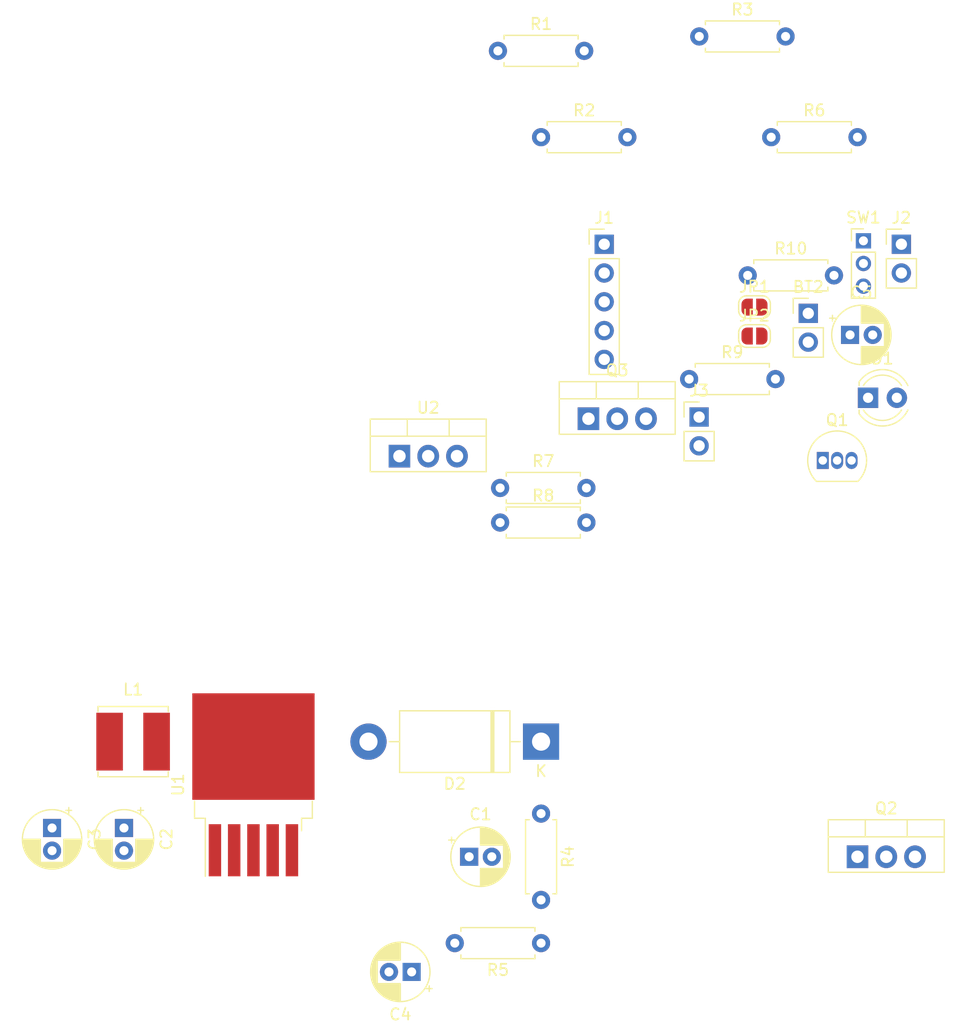
<source format=kicad_pcb>
(kicad_pcb (version 20171130) (host pcbnew "(5.0.2)-1")

  (general
    (thickness 1.6)
    (drawings 0)
    (tracks 0)
    (zones 0)
    (modules 30)
    (nets 20)
  )

  (page A4)
  (layers
    (0 F.Cu signal)
    (31 B.Cu signal)
    (32 B.Adhes user)
    (33 F.Adhes user)
    (34 B.Paste user)
    (35 F.Paste user)
    (36 B.SilkS user)
    (37 F.SilkS user)
    (38 B.Mask user)
    (39 F.Mask user)
    (40 Dwgs.User user)
    (41 Cmts.User user)
    (42 Eco1.User user)
    (43 Eco2.User user)
    (44 Edge.Cuts user)
    (45 Margin user)
    (46 B.CrtYd user)
    (47 F.CrtYd user)
    (48 B.Fab user)
    (49 F.Fab user)
  )

  (setup
    (last_trace_width 0.25)
    (trace_clearance 0.2)
    (zone_clearance 0.508)
    (zone_45_only no)
    (trace_min 0.2)
    (segment_width 0.2)
    (edge_width 0.1)
    (via_size 0.8)
    (via_drill 0.4)
    (via_min_size 0.4)
    (via_min_drill 0.3)
    (uvia_size 0.3)
    (uvia_drill 0.1)
    (uvias_allowed no)
    (uvia_min_size 0.2)
    (uvia_min_drill 0.1)
    (pcb_text_width 0.3)
    (pcb_text_size 1.5 1.5)
    (mod_edge_width 0.15)
    (mod_text_size 1 1)
    (mod_text_width 0.15)
    (pad_size 1.5 1.5)
    (pad_drill 0.6)
    (pad_to_mask_clearance 0)
    (aux_axis_origin 0 0)
    (visible_elements FFFFFF7F)
    (pcbplotparams
      (layerselection 0x010fc_ffffffff)
      (usegerberextensions false)
      (usegerberattributes false)
      (usegerberadvancedattributes false)
      (creategerberjobfile false)
      (excludeedgelayer true)
      (linewidth 0.100000)
      (plotframeref false)
      (viasonmask false)
      (mode 1)
      (useauxorigin false)
      (hpglpennumber 1)
      (hpglpenspeed 20)
      (hpglpendiameter 15.000000)
      (psnegative false)
      (psa4output false)
      (plotreference true)
      (plotvalue true)
      (plotinvisibletext false)
      (padsonsilk false)
      (subtractmaskfromsilk false)
      (outputformat 1)
      (mirror false)
      (drillshape 1)
      (scaleselection 1)
      (outputdirectory ""))
  )

  (net 0 "")
  (net 1 boostout-)
  (net 2 +9V)
  (net 3 "Net-(C1-Pad1)")
  (net 4 "Net-(C1-Pad2)")
  (net 5 "Net-(C2-Pad1)")
  (net 6 boostout+)
  (net 7 "Net-(C5-Pad1)")
  (net 8 "Net-(D1-Pad1)")
  (net 9 "Net-(D2-Pad2)")
  (net 10 "Net-(J1-Pad1)")
  (net 11 +5V)
  (net 12 "Net-(J1-Pad4)")
  (net 13 "Net-(J1-Pad5)")
  (net 14 "Net-(J3-Pad1)")
  (net 15 "Net-(J3-Pad2)")
  (net 16 "Net-(JP1-Pad2)")
  (net 17 "Net-(Q1-Pad1)")
  (net 18 "Net-(Q3-Pad2)")
  (net 19 "Net-(SW1-Pad1)")

  (net_class Default "This is the default net class."
    (clearance 0.2)
    (trace_width 0.25)
    (via_dia 0.8)
    (via_drill 0.4)
    (uvia_dia 0.3)
    (uvia_drill 0.1)
    (add_net +5V)
    (add_net +9V)
    (add_net "Net-(C1-Pad1)")
    (add_net "Net-(C1-Pad2)")
    (add_net "Net-(C2-Pad1)")
    (add_net "Net-(C5-Pad1)")
    (add_net "Net-(D1-Pad1)")
    (add_net "Net-(D2-Pad2)")
    (add_net "Net-(J1-Pad1)")
    (add_net "Net-(J1-Pad4)")
    (add_net "Net-(J1-Pad5)")
    (add_net "Net-(J3-Pad1)")
    (add_net "Net-(J3-Pad2)")
    (add_net "Net-(JP1-Pad2)")
    (add_net "Net-(Q1-Pad1)")
    (add_net "Net-(Q3-Pad2)")
    (add_net "Net-(SW1-Pad1)")
    (add_net boostout+)
    (add_net boostout-)
  )

  (module Connector_PinHeader_2.54mm:PinHeader_1x02_P2.54mm_Vertical (layer F.Cu) (tedit 59FED5CC) (tstamp 5C9EEEE0)
    (at 163.295001 79.045001)
    (descr "Through hole straight pin header, 1x02, 2.54mm pitch, single row")
    (tags "Through hole pin header THT 1x02 2.54mm single row")
    (path /5C6C4F1E)
    (fp_text reference BT2 (at 0 -2.33) (layer F.SilkS)
      (effects (font (size 1 1) (thickness 0.15)))
    )
    (fp_text value Battery_Cell (at 0 4.87) (layer F.Fab)
      (effects (font (size 1 1) (thickness 0.15)))
    )
    (fp_text user %R (at 0 1.27 90) (layer F.Fab)
      (effects (font (size 1 1) (thickness 0.15)))
    )
    (fp_line (start 1.8 -1.8) (end -1.8 -1.8) (layer F.CrtYd) (width 0.05))
    (fp_line (start 1.8 4.35) (end 1.8 -1.8) (layer F.CrtYd) (width 0.05))
    (fp_line (start -1.8 4.35) (end 1.8 4.35) (layer F.CrtYd) (width 0.05))
    (fp_line (start -1.8 -1.8) (end -1.8 4.35) (layer F.CrtYd) (width 0.05))
    (fp_line (start -1.33 -1.33) (end 0 -1.33) (layer F.SilkS) (width 0.12))
    (fp_line (start -1.33 0) (end -1.33 -1.33) (layer F.SilkS) (width 0.12))
    (fp_line (start -1.33 1.27) (end 1.33 1.27) (layer F.SilkS) (width 0.12))
    (fp_line (start 1.33 1.27) (end 1.33 3.87) (layer F.SilkS) (width 0.12))
    (fp_line (start -1.33 1.27) (end -1.33 3.87) (layer F.SilkS) (width 0.12))
    (fp_line (start -1.33 3.87) (end 1.33 3.87) (layer F.SilkS) (width 0.12))
    (fp_line (start -1.27 -0.635) (end -0.635 -1.27) (layer F.Fab) (width 0.1))
    (fp_line (start -1.27 3.81) (end -1.27 -0.635) (layer F.Fab) (width 0.1))
    (fp_line (start 1.27 3.81) (end -1.27 3.81) (layer F.Fab) (width 0.1))
    (fp_line (start 1.27 -1.27) (end 1.27 3.81) (layer F.Fab) (width 0.1))
    (fp_line (start -0.635 -1.27) (end 1.27 -1.27) (layer F.Fab) (width 0.1))
    (pad 2 thru_hole oval (at 0 2.54) (size 1.7 1.7) (drill 1) (layers *.Cu *.Mask)
      (net 1 boostout-))
    (pad 1 thru_hole rect (at 0 0) (size 1.7 1.7) (drill 1) (layers *.Cu *.Mask)
      (net 2 +9V))
    (model ${KISYS3DMOD}/Connector_PinHeader_2.54mm.3dshapes/PinHeader_1x02_P2.54mm_Vertical.wrl
      (at (xyz 0 0 0))
      (scale (xyz 1 1 1))
      (rotate (xyz 0 0 0))
    )
  )

  (module Capacitor_THT:CP_Radial_D5.0mm_P2.00mm (layer F.Cu) (tedit 5AE50EF0) (tstamp 5C9EEF63)
    (at 133.35 127)
    (descr "CP, Radial series, Radial, pin pitch=2.00mm, , diameter=5mm, Electrolytic Capacitor")
    (tags "CP Radial series Radial pin pitch 2.00mm  diameter 5mm Electrolytic Capacitor")
    (path /5C90C2EF)
    (fp_text reference C1 (at 1 -3.75) (layer F.SilkS)
      (effects (font (size 1 1) (thickness 0.15)))
    )
    (fp_text value 10uf (at 1 3.75) (layer F.Fab)
      (effects (font (size 1 1) (thickness 0.15)))
    )
    (fp_circle (center 1 0) (end 3.5 0) (layer F.Fab) (width 0.1))
    (fp_circle (center 1 0) (end 3.62 0) (layer F.SilkS) (width 0.12))
    (fp_circle (center 1 0) (end 3.75 0) (layer F.CrtYd) (width 0.05))
    (fp_line (start -1.133605 -1.0875) (end -0.633605 -1.0875) (layer F.Fab) (width 0.1))
    (fp_line (start -0.883605 -1.3375) (end -0.883605 -0.8375) (layer F.Fab) (width 0.1))
    (fp_line (start 1 1.04) (end 1 2.58) (layer F.SilkS) (width 0.12))
    (fp_line (start 1 -2.58) (end 1 -1.04) (layer F.SilkS) (width 0.12))
    (fp_line (start 1.04 1.04) (end 1.04 2.58) (layer F.SilkS) (width 0.12))
    (fp_line (start 1.04 -2.58) (end 1.04 -1.04) (layer F.SilkS) (width 0.12))
    (fp_line (start 1.08 -2.579) (end 1.08 -1.04) (layer F.SilkS) (width 0.12))
    (fp_line (start 1.08 1.04) (end 1.08 2.579) (layer F.SilkS) (width 0.12))
    (fp_line (start 1.12 -2.578) (end 1.12 -1.04) (layer F.SilkS) (width 0.12))
    (fp_line (start 1.12 1.04) (end 1.12 2.578) (layer F.SilkS) (width 0.12))
    (fp_line (start 1.16 -2.576) (end 1.16 -1.04) (layer F.SilkS) (width 0.12))
    (fp_line (start 1.16 1.04) (end 1.16 2.576) (layer F.SilkS) (width 0.12))
    (fp_line (start 1.2 -2.573) (end 1.2 -1.04) (layer F.SilkS) (width 0.12))
    (fp_line (start 1.2 1.04) (end 1.2 2.573) (layer F.SilkS) (width 0.12))
    (fp_line (start 1.24 -2.569) (end 1.24 -1.04) (layer F.SilkS) (width 0.12))
    (fp_line (start 1.24 1.04) (end 1.24 2.569) (layer F.SilkS) (width 0.12))
    (fp_line (start 1.28 -2.565) (end 1.28 -1.04) (layer F.SilkS) (width 0.12))
    (fp_line (start 1.28 1.04) (end 1.28 2.565) (layer F.SilkS) (width 0.12))
    (fp_line (start 1.32 -2.561) (end 1.32 -1.04) (layer F.SilkS) (width 0.12))
    (fp_line (start 1.32 1.04) (end 1.32 2.561) (layer F.SilkS) (width 0.12))
    (fp_line (start 1.36 -2.556) (end 1.36 -1.04) (layer F.SilkS) (width 0.12))
    (fp_line (start 1.36 1.04) (end 1.36 2.556) (layer F.SilkS) (width 0.12))
    (fp_line (start 1.4 -2.55) (end 1.4 -1.04) (layer F.SilkS) (width 0.12))
    (fp_line (start 1.4 1.04) (end 1.4 2.55) (layer F.SilkS) (width 0.12))
    (fp_line (start 1.44 -2.543) (end 1.44 -1.04) (layer F.SilkS) (width 0.12))
    (fp_line (start 1.44 1.04) (end 1.44 2.543) (layer F.SilkS) (width 0.12))
    (fp_line (start 1.48 -2.536) (end 1.48 -1.04) (layer F.SilkS) (width 0.12))
    (fp_line (start 1.48 1.04) (end 1.48 2.536) (layer F.SilkS) (width 0.12))
    (fp_line (start 1.52 -2.528) (end 1.52 -1.04) (layer F.SilkS) (width 0.12))
    (fp_line (start 1.52 1.04) (end 1.52 2.528) (layer F.SilkS) (width 0.12))
    (fp_line (start 1.56 -2.52) (end 1.56 -1.04) (layer F.SilkS) (width 0.12))
    (fp_line (start 1.56 1.04) (end 1.56 2.52) (layer F.SilkS) (width 0.12))
    (fp_line (start 1.6 -2.511) (end 1.6 -1.04) (layer F.SilkS) (width 0.12))
    (fp_line (start 1.6 1.04) (end 1.6 2.511) (layer F.SilkS) (width 0.12))
    (fp_line (start 1.64 -2.501) (end 1.64 -1.04) (layer F.SilkS) (width 0.12))
    (fp_line (start 1.64 1.04) (end 1.64 2.501) (layer F.SilkS) (width 0.12))
    (fp_line (start 1.68 -2.491) (end 1.68 -1.04) (layer F.SilkS) (width 0.12))
    (fp_line (start 1.68 1.04) (end 1.68 2.491) (layer F.SilkS) (width 0.12))
    (fp_line (start 1.721 -2.48) (end 1.721 -1.04) (layer F.SilkS) (width 0.12))
    (fp_line (start 1.721 1.04) (end 1.721 2.48) (layer F.SilkS) (width 0.12))
    (fp_line (start 1.761 -2.468) (end 1.761 -1.04) (layer F.SilkS) (width 0.12))
    (fp_line (start 1.761 1.04) (end 1.761 2.468) (layer F.SilkS) (width 0.12))
    (fp_line (start 1.801 -2.455) (end 1.801 -1.04) (layer F.SilkS) (width 0.12))
    (fp_line (start 1.801 1.04) (end 1.801 2.455) (layer F.SilkS) (width 0.12))
    (fp_line (start 1.841 -2.442) (end 1.841 -1.04) (layer F.SilkS) (width 0.12))
    (fp_line (start 1.841 1.04) (end 1.841 2.442) (layer F.SilkS) (width 0.12))
    (fp_line (start 1.881 -2.428) (end 1.881 -1.04) (layer F.SilkS) (width 0.12))
    (fp_line (start 1.881 1.04) (end 1.881 2.428) (layer F.SilkS) (width 0.12))
    (fp_line (start 1.921 -2.414) (end 1.921 -1.04) (layer F.SilkS) (width 0.12))
    (fp_line (start 1.921 1.04) (end 1.921 2.414) (layer F.SilkS) (width 0.12))
    (fp_line (start 1.961 -2.398) (end 1.961 -1.04) (layer F.SilkS) (width 0.12))
    (fp_line (start 1.961 1.04) (end 1.961 2.398) (layer F.SilkS) (width 0.12))
    (fp_line (start 2.001 -2.382) (end 2.001 -1.04) (layer F.SilkS) (width 0.12))
    (fp_line (start 2.001 1.04) (end 2.001 2.382) (layer F.SilkS) (width 0.12))
    (fp_line (start 2.041 -2.365) (end 2.041 -1.04) (layer F.SilkS) (width 0.12))
    (fp_line (start 2.041 1.04) (end 2.041 2.365) (layer F.SilkS) (width 0.12))
    (fp_line (start 2.081 -2.348) (end 2.081 -1.04) (layer F.SilkS) (width 0.12))
    (fp_line (start 2.081 1.04) (end 2.081 2.348) (layer F.SilkS) (width 0.12))
    (fp_line (start 2.121 -2.329) (end 2.121 -1.04) (layer F.SilkS) (width 0.12))
    (fp_line (start 2.121 1.04) (end 2.121 2.329) (layer F.SilkS) (width 0.12))
    (fp_line (start 2.161 -2.31) (end 2.161 -1.04) (layer F.SilkS) (width 0.12))
    (fp_line (start 2.161 1.04) (end 2.161 2.31) (layer F.SilkS) (width 0.12))
    (fp_line (start 2.201 -2.29) (end 2.201 -1.04) (layer F.SilkS) (width 0.12))
    (fp_line (start 2.201 1.04) (end 2.201 2.29) (layer F.SilkS) (width 0.12))
    (fp_line (start 2.241 -2.268) (end 2.241 -1.04) (layer F.SilkS) (width 0.12))
    (fp_line (start 2.241 1.04) (end 2.241 2.268) (layer F.SilkS) (width 0.12))
    (fp_line (start 2.281 -2.247) (end 2.281 -1.04) (layer F.SilkS) (width 0.12))
    (fp_line (start 2.281 1.04) (end 2.281 2.247) (layer F.SilkS) (width 0.12))
    (fp_line (start 2.321 -2.224) (end 2.321 -1.04) (layer F.SilkS) (width 0.12))
    (fp_line (start 2.321 1.04) (end 2.321 2.224) (layer F.SilkS) (width 0.12))
    (fp_line (start 2.361 -2.2) (end 2.361 -1.04) (layer F.SilkS) (width 0.12))
    (fp_line (start 2.361 1.04) (end 2.361 2.2) (layer F.SilkS) (width 0.12))
    (fp_line (start 2.401 -2.175) (end 2.401 -1.04) (layer F.SilkS) (width 0.12))
    (fp_line (start 2.401 1.04) (end 2.401 2.175) (layer F.SilkS) (width 0.12))
    (fp_line (start 2.441 -2.149) (end 2.441 -1.04) (layer F.SilkS) (width 0.12))
    (fp_line (start 2.441 1.04) (end 2.441 2.149) (layer F.SilkS) (width 0.12))
    (fp_line (start 2.481 -2.122) (end 2.481 -1.04) (layer F.SilkS) (width 0.12))
    (fp_line (start 2.481 1.04) (end 2.481 2.122) (layer F.SilkS) (width 0.12))
    (fp_line (start 2.521 -2.095) (end 2.521 -1.04) (layer F.SilkS) (width 0.12))
    (fp_line (start 2.521 1.04) (end 2.521 2.095) (layer F.SilkS) (width 0.12))
    (fp_line (start 2.561 -2.065) (end 2.561 -1.04) (layer F.SilkS) (width 0.12))
    (fp_line (start 2.561 1.04) (end 2.561 2.065) (layer F.SilkS) (width 0.12))
    (fp_line (start 2.601 -2.035) (end 2.601 -1.04) (layer F.SilkS) (width 0.12))
    (fp_line (start 2.601 1.04) (end 2.601 2.035) (layer F.SilkS) (width 0.12))
    (fp_line (start 2.641 -2.004) (end 2.641 -1.04) (layer F.SilkS) (width 0.12))
    (fp_line (start 2.641 1.04) (end 2.641 2.004) (layer F.SilkS) (width 0.12))
    (fp_line (start 2.681 -1.971) (end 2.681 -1.04) (layer F.SilkS) (width 0.12))
    (fp_line (start 2.681 1.04) (end 2.681 1.971) (layer F.SilkS) (width 0.12))
    (fp_line (start 2.721 -1.937) (end 2.721 -1.04) (layer F.SilkS) (width 0.12))
    (fp_line (start 2.721 1.04) (end 2.721 1.937) (layer F.SilkS) (width 0.12))
    (fp_line (start 2.761 -1.901) (end 2.761 -1.04) (layer F.SilkS) (width 0.12))
    (fp_line (start 2.761 1.04) (end 2.761 1.901) (layer F.SilkS) (width 0.12))
    (fp_line (start 2.801 -1.864) (end 2.801 -1.04) (layer F.SilkS) (width 0.12))
    (fp_line (start 2.801 1.04) (end 2.801 1.864) (layer F.SilkS) (width 0.12))
    (fp_line (start 2.841 -1.826) (end 2.841 -1.04) (layer F.SilkS) (width 0.12))
    (fp_line (start 2.841 1.04) (end 2.841 1.826) (layer F.SilkS) (width 0.12))
    (fp_line (start 2.881 -1.785) (end 2.881 -1.04) (layer F.SilkS) (width 0.12))
    (fp_line (start 2.881 1.04) (end 2.881 1.785) (layer F.SilkS) (width 0.12))
    (fp_line (start 2.921 -1.743) (end 2.921 -1.04) (layer F.SilkS) (width 0.12))
    (fp_line (start 2.921 1.04) (end 2.921 1.743) (layer F.SilkS) (width 0.12))
    (fp_line (start 2.961 -1.699) (end 2.961 -1.04) (layer F.SilkS) (width 0.12))
    (fp_line (start 2.961 1.04) (end 2.961 1.699) (layer F.SilkS) (width 0.12))
    (fp_line (start 3.001 -1.653) (end 3.001 -1.04) (layer F.SilkS) (width 0.12))
    (fp_line (start 3.001 1.04) (end 3.001 1.653) (layer F.SilkS) (width 0.12))
    (fp_line (start 3.041 -1.605) (end 3.041 1.605) (layer F.SilkS) (width 0.12))
    (fp_line (start 3.081 -1.554) (end 3.081 1.554) (layer F.SilkS) (width 0.12))
    (fp_line (start 3.121 -1.5) (end 3.121 1.5) (layer F.SilkS) (width 0.12))
    (fp_line (start 3.161 -1.443) (end 3.161 1.443) (layer F.SilkS) (width 0.12))
    (fp_line (start 3.201 -1.383) (end 3.201 1.383) (layer F.SilkS) (width 0.12))
    (fp_line (start 3.241 -1.319) (end 3.241 1.319) (layer F.SilkS) (width 0.12))
    (fp_line (start 3.281 -1.251) (end 3.281 1.251) (layer F.SilkS) (width 0.12))
    (fp_line (start 3.321 -1.178) (end 3.321 1.178) (layer F.SilkS) (width 0.12))
    (fp_line (start 3.361 -1.098) (end 3.361 1.098) (layer F.SilkS) (width 0.12))
    (fp_line (start 3.401 -1.011) (end 3.401 1.011) (layer F.SilkS) (width 0.12))
    (fp_line (start 3.441 -0.915) (end 3.441 0.915) (layer F.SilkS) (width 0.12))
    (fp_line (start 3.481 -0.805) (end 3.481 0.805) (layer F.SilkS) (width 0.12))
    (fp_line (start 3.521 -0.677) (end 3.521 0.677) (layer F.SilkS) (width 0.12))
    (fp_line (start 3.561 -0.518) (end 3.561 0.518) (layer F.SilkS) (width 0.12))
    (fp_line (start 3.601 -0.284) (end 3.601 0.284) (layer F.SilkS) (width 0.12))
    (fp_line (start -1.804775 -1.475) (end -1.304775 -1.475) (layer F.SilkS) (width 0.12))
    (fp_line (start -1.554775 -1.725) (end -1.554775 -1.225) (layer F.SilkS) (width 0.12))
    (fp_text user %R (at 1 0) (layer F.Fab)
      (effects (font (size 1 1) (thickness 0.15)))
    )
    (pad 1 thru_hole rect (at 0 0) (size 1.6 1.6) (drill 0.8) (layers *.Cu *.Mask)
      (net 3 "Net-(C1-Pad1)"))
    (pad 2 thru_hole circle (at 2 0) (size 1.6 1.6) (drill 0.8) (layers *.Cu *.Mask)
      (net 4 "Net-(C1-Pad2)"))
    (model ${KISYS3DMOD}/Capacitor_THT.3dshapes/CP_Radial_D5.0mm_P2.00mm.wrl
      (at (xyz 0 0 0))
      (scale (xyz 1 1 1))
      (rotate (xyz 0 0 0))
    )
  )

  (module Capacitor_THT:CP_Radial_D5.0mm_P2.00mm (layer F.Cu) (tedit 5AE50EF0) (tstamp 5C9EEFE6)
    (at 102.87 124.46 270)
    (descr "CP, Radial series, Radial, pin pitch=2.00mm, , diameter=5mm, Electrolytic Capacitor")
    (tags "CP Radial series Radial pin pitch 2.00mm  diameter 5mm Electrolytic Capacitor")
    (path /5C6C54C4)
    (fp_text reference C2 (at 1 -3.75 270) (layer F.SilkS)
      (effects (font (size 1 1) (thickness 0.15)))
    )
    (fp_text value 220uF (at 1 3.75 270) (layer F.Fab)
      (effects (font (size 1 1) (thickness 0.15)))
    )
    (fp_text user %R (at 1 0 270) (layer F.Fab)
      (effects (font (size 1 1) (thickness 0.15)))
    )
    (fp_line (start -1.554775 -1.725) (end -1.554775 -1.225) (layer F.SilkS) (width 0.12))
    (fp_line (start -1.804775 -1.475) (end -1.304775 -1.475) (layer F.SilkS) (width 0.12))
    (fp_line (start 3.601 -0.284) (end 3.601 0.284) (layer F.SilkS) (width 0.12))
    (fp_line (start 3.561 -0.518) (end 3.561 0.518) (layer F.SilkS) (width 0.12))
    (fp_line (start 3.521 -0.677) (end 3.521 0.677) (layer F.SilkS) (width 0.12))
    (fp_line (start 3.481 -0.805) (end 3.481 0.805) (layer F.SilkS) (width 0.12))
    (fp_line (start 3.441 -0.915) (end 3.441 0.915) (layer F.SilkS) (width 0.12))
    (fp_line (start 3.401 -1.011) (end 3.401 1.011) (layer F.SilkS) (width 0.12))
    (fp_line (start 3.361 -1.098) (end 3.361 1.098) (layer F.SilkS) (width 0.12))
    (fp_line (start 3.321 -1.178) (end 3.321 1.178) (layer F.SilkS) (width 0.12))
    (fp_line (start 3.281 -1.251) (end 3.281 1.251) (layer F.SilkS) (width 0.12))
    (fp_line (start 3.241 -1.319) (end 3.241 1.319) (layer F.SilkS) (width 0.12))
    (fp_line (start 3.201 -1.383) (end 3.201 1.383) (layer F.SilkS) (width 0.12))
    (fp_line (start 3.161 -1.443) (end 3.161 1.443) (layer F.SilkS) (width 0.12))
    (fp_line (start 3.121 -1.5) (end 3.121 1.5) (layer F.SilkS) (width 0.12))
    (fp_line (start 3.081 -1.554) (end 3.081 1.554) (layer F.SilkS) (width 0.12))
    (fp_line (start 3.041 -1.605) (end 3.041 1.605) (layer F.SilkS) (width 0.12))
    (fp_line (start 3.001 1.04) (end 3.001 1.653) (layer F.SilkS) (width 0.12))
    (fp_line (start 3.001 -1.653) (end 3.001 -1.04) (layer F.SilkS) (width 0.12))
    (fp_line (start 2.961 1.04) (end 2.961 1.699) (layer F.SilkS) (width 0.12))
    (fp_line (start 2.961 -1.699) (end 2.961 -1.04) (layer F.SilkS) (width 0.12))
    (fp_line (start 2.921 1.04) (end 2.921 1.743) (layer F.SilkS) (width 0.12))
    (fp_line (start 2.921 -1.743) (end 2.921 -1.04) (layer F.SilkS) (width 0.12))
    (fp_line (start 2.881 1.04) (end 2.881 1.785) (layer F.SilkS) (width 0.12))
    (fp_line (start 2.881 -1.785) (end 2.881 -1.04) (layer F.SilkS) (width 0.12))
    (fp_line (start 2.841 1.04) (end 2.841 1.826) (layer F.SilkS) (width 0.12))
    (fp_line (start 2.841 -1.826) (end 2.841 -1.04) (layer F.SilkS) (width 0.12))
    (fp_line (start 2.801 1.04) (end 2.801 1.864) (layer F.SilkS) (width 0.12))
    (fp_line (start 2.801 -1.864) (end 2.801 -1.04) (layer F.SilkS) (width 0.12))
    (fp_line (start 2.761 1.04) (end 2.761 1.901) (layer F.SilkS) (width 0.12))
    (fp_line (start 2.761 -1.901) (end 2.761 -1.04) (layer F.SilkS) (width 0.12))
    (fp_line (start 2.721 1.04) (end 2.721 1.937) (layer F.SilkS) (width 0.12))
    (fp_line (start 2.721 -1.937) (end 2.721 -1.04) (layer F.SilkS) (width 0.12))
    (fp_line (start 2.681 1.04) (end 2.681 1.971) (layer F.SilkS) (width 0.12))
    (fp_line (start 2.681 -1.971) (end 2.681 -1.04) (layer F.SilkS) (width 0.12))
    (fp_line (start 2.641 1.04) (end 2.641 2.004) (layer F.SilkS) (width 0.12))
    (fp_line (start 2.641 -2.004) (end 2.641 -1.04) (layer F.SilkS) (width 0.12))
    (fp_line (start 2.601 1.04) (end 2.601 2.035) (layer F.SilkS) (width 0.12))
    (fp_line (start 2.601 -2.035) (end 2.601 -1.04) (layer F.SilkS) (width 0.12))
    (fp_line (start 2.561 1.04) (end 2.561 2.065) (layer F.SilkS) (width 0.12))
    (fp_line (start 2.561 -2.065) (end 2.561 -1.04) (layer F.SilkS) (width 0.12))
    (fp_line (start 2.521 1.04) (end 2.521 2.095) (layer F.SilkS) (width 0.12))
    (fp_line (start 2.521 -2.095) (end 2.521 -1.04) (layer F.SilkS) (width 0.12))
    (fp_line (start 2.481 1.04) (end 2.481 2.122) (layer F.SilkS) (width 0.12))
    (fp_line (start 2.481 -2.122) (end 2.481 -1.04) (layer F.SilkS) (width 0.12))
    (fp_line (start 2.441 1.04) (end 2.441 2.149) (layer F.SilkS) (width 0.12))
    (fp_line (start 2.441 -2.149) (end 2.441 -1.04) (layer F.SilkS) (width 0.12))
    (fp_line (start 2.401 1.04) (end 2.401 2.175) (layer F.SilkS) (width 0.12))
    (fp_line (start 2.401 -2.175) (end 2.401 -1.04) (layer F.SilkS) (width 0.12))
    (fp_line (start 2.361 1.04) (end 2.361 2.2) (layer F.SilkS) (width 0.12))
    (fp_line (start 2.361 -2.2) (end 2.361 -1.04) (layer F.SilkS) (width 0.12))
    (fp_line (start 2.321 1.04) (end 2.321 2.224) (layer F.SilkS) (width 0.12))
    (fp_line (start 2.321 -2.224) (end 2.321 -1.04) (layer F.SilkS) (width 0.12))
    (fp_line (start 2.281 1.04) (end 2.281 2.247) (layer F.SilkS) (width 0.12))
    (fp_line (start 2.281 -2.247) (end 2.281 -1.04) (layer F.SilkS) (width 0.12))
    (fp_line (start 2.241 1.04) (end 2.241 2.268) (layer F.SilkS) (width 0.12))
    (fp_line (start 2.241 -2.268) (end 2.241 -1.04) (layer F.SilkS) (width 0.12))
    (fp_line (start 2.201 1.04) (end 2.201 2.29) (layer F.SilkS) (width 0.12))
    (fp_line (start 2.201 -2.29) (end 2.201 -1.04) (layer F.SilkS) (width 0.12))
    (fp_line (start 2.161 1.04) (end 2.161 2.31) (layer F.SilkS) (width 0.12))
    (fp_line (start 2.161 -2.31) (end 2.161 -1.04) (layer F.SilkS) (width 0.12))
    (fp_line (start 2.121 1.04) (end 2.121 2.329) (layer F.SilkS) (width 0.12))
    (fp_line (start 2.121 -2.329) (end 2.121 -1.04) (layer F.SilkS) (width 0.12))
    (fp_line (start 2.081 1.04) (end 2.081 2.348) (layer F.SilkS) (width 0.12))
    (fp_line (start 2.081 -2.348) (end 2.081 -1.04) (layer F.SilkS) (width 0.12))
    (fp_line (start 2.041 1.04) (end 2.041 2.365) (layer F.SilkS) (width 0.12))
    (fp_line (start 2.041 -2.365) (end 2.041 -1.04) (layer F.SilkS) (width 0.12))
    (fp_line (start 2.001 1.04) (end 2.001 2.382) (layer F.SilkS) (width 0.12))
    (fp_line (start 2.001 -2.382) (end 2.001 -1.04) (layer F.SilkS) (width 0.12))
    (fp_line (start 1.961 1.04) (end 1.961 2.398) (layer F.SilkS) (width 0.12))
    (fp_line (start 1.961 -2.398) (end 1.961 -1.04) (layer F.SilkS) (width 0.12))
    (fp_line (start 1.921 1.04) (end 1.921 2.414) (layer F.SilkS) (width 0.12))
    (fp_line (start 1.921 -2.414) (end 1.921 -1.04) (layer F.SilkS) (width 0.12))
    (fp_line (start 1.881 1.04) (end 1.881 2.428) (layer F.SilkS) (width 0.12))
    (fp_line (start 1.881 -2.428) (end 1.881 -1.04) (layer F.SilkS) (width 0.12))
    (fp_line (start 1.841 1.04) (end 1.841 2.442) (layer F.SilkS) (width 0.12))
    (fp_line (start 1.841 -2.442) (end 1.841 -1.04) (layer F.SilkS) (width 0.12))
    (fp_line (start 1.801 1.04) (end 1.801 2.455) (layer F.SilkS) (width 0.12))
    (fp_line (start 1.801 -2.455) (end 1.801 -1.04) (layer F.SilkS) (width 0.12))
    (fp_line (start 1.761 1.04) (end 1.761 2.468) (layer F.SilkS) (width 0.12))
    (fp_line (start 1.761 -2.468) (end 1.761 -1.04) (layer F.SilkS) (width 0.12))
    (fp_line (start 1.721 1.04) (end 1.721 2.48) (layer F.SilkS) (width 0.12))
    (fp_line (start 1.721 -2.48) (end 1.721 -1.04) (layer F.SilkS) (width 0.12))
    (fp_line (start 1.68 1.04) (end 1.68 2.491) (layer F.SilkS) (width 0.12))
    (fp_line (start 1.68 -2.491) (end 1.68 -1.04) (layer F.SilkS) (width 0.12))
    (fp_line (start 1.64 1.04) (end 1.64 2.501) (layer F.SilkS) (width 0.12))
    (fp_line (start 1.64 -2.501) (end 1.64 -1.04) (layer F.SilkS) (width 0.12))
    (fp_line (start 1.6 1.04) (end 1.6 2.511) (layer F.SilkS) (width 0.12))
    (fp_line (start 1.6 -2.511) (end 1.6 -1.04) (layer F.SilkS) (width 0.12))
    (fp_line (start 1.56 1.04) (end 1.56 2.52) (layer F.SilkS) (width 0.12))
    (fp_line (start 1.56 -2.52) (end 1.56 -1.04) (layer F.SilkS) (width 0.12))
    (fp_line (start 1.52 1.04) (end 1.52 2.528) (layer F.SilkS) (width 0.12))
    (fp_line (start 1.52 -2.528) (end 1.52 -1.04) (layer F.SilkS) (width 0.12))
    (fp_line (start 1.48 1.04) (end 1.48 2.536) (layer F.SilkS) (width 0.12))
    (fp_line (start 1.48 -2.536) (end 1.48 -1.04) (layer F.SilkS) (width 0.12))
    (fp_line (start 1.44 1.04) (end 1.44 2.543) (layer F.SilkS) (width 0.12))
    (fp_line (start 1.44 -2.543) (end 1.44 -1.04) (layer F.SilkS) (width 0.12))
    (fp_line (start 1.4 1.04) (end 1.4 2.55) (layer F.SilkS) (width 0.12))
    (fp_line (start 1.4 -2.55) (end 1.4 -1.04) (layer F.SilkS) (width 0.12))
    (fp_line (start 1.36 1.04) (end 1.36 2.556) (layer F.SilkS) (width 0.12))
    (fp_line (start 1.36 -2.556) (end 1.36 -1.04) (layer F.SilkS) (width 0.12))
    (fp_line (start 1.32 1.04) (end 1.32 2.561) (layer F.SilkS) (width 0.12))
    (fp_line (start 1.32 -2.561) (end 1.32 -1.04) (layer F.SilkS) (width 0.12))
    (fp_line (start 1.28 1.04) (end 1.28 2.565) (layer F.SilkS) (width 0.12))
    (fp_line (start 1.28 -2.565) (end 1.28 -1.04) (layer F.SilkS) (width 0.12))
    (fp_line (start 1.24 1.04) (end 1.24 2.569) (layer F.SilkS) (width 0.12))
    (fp_line (start 1.24 -2.569) (end 1.24 -1.04) (layer F.SilkS) (width 0.12))
    (fp_line (start 1.2 1.04) (end 1.2 2.573) (layer F.SilkS) (width 0.12))
    (fp_line (start 1.2 -2.573) (end 1.2 -1.04) (layer F.SilkS) (width 0.12))
    (fp_line (start 1.16 1.04) (end 1.16 2.576) (layer F.SilkS) (width 0.12))
    (fp_line (start 1.16 -2.576) (end 1.16 -1.04) (layer F.SilkS) (width 0.12))
    (fp_line (start 1.12 1.04) (end 1.12 2.578) (layer F.SilkS) (width 0.12))
    (fp_line (start 1.12 -2.578) (end 1.12 -1.04) (layer F.SilkS) (width 0.12))
    (fp_line (start 1.08 1.04) (end 1.08 2.579) (layer F.SilkS) (width 0.12))
    (fp_line (start 1.08 -2.579) (end 1.08 -1.04) (layer F.SilkS) (width 0.12))
    (fp_line (start 1.04 -2.58) (end 1.04 -1.04) (layer F.SilkS) (width 0.12))
    (fp_line (start 1.04 1.04) (end 1.04 2.58) (layer F.SilkS) (width 0.12))
    (fp_line (start 1 -2.58) (end 1 -1.04) (layer F.SilkS) (width 0.12))
    (fp_line (start 1 1.04) (end 1 2.58) (layer F.SilkS) (width 0.12))
    (fp_line (start -0.883605 -1.3375) (end -0.883605 -0.8375) (layer F.Fab) (width 0.1))
    (fp_line (start -1.133605 -1.0875) (end -0.633605 -1.0875) (layer F.Fab) (width 0.1))
    (fp_circle (center 1 0) (end 3.75 0) (layer F.CrtYd) (width 0.05))
    (fp_circle (center 1 0) (end 3.62 0) (layer F.SilkS) (width 0.12))
    (fp_circle (center 1 0) (end 3.5 0) (layer F.Fab) (width 0.1))
    (pad 2 thru_hole circle (at 2 0 270) (size 1.6 1.6) (drill 0.8) (layers *.Cu *.Mask)
      (net 1 boostout-))
    (pad 1 thru_hole rect (at 0 0 270) (size 1.6 1.6) (drill 0.8) (layers *.Cu *.Mask)
      (net 5 "Net-(C2-Pad1)"))
    (model ${KISYS3DMOD}/Capacitor_THT.3dshapes/CP_Radial_D5.0mm_P2.00mm.wrl
      (at (xyz 0 0 0))
      (scale (xyz 1 1 1))
      (rotate (xyz 0 0 0))
    )
  )

  (module Capacitor_THT:CP_Radial_D5.0mm_P2.00mm (layer F.Cu) (tedit 5AE50EF0) (tstamp 5C9EF069)
    (at 96.52 124.46 270)
    (descr "CP, Radial series, Radial, pin pitch=2.00mm, , diameter=5mm, Electrolytic Capacitor")
    (tags "CP Radial series Radial pin pitch 2.00mm  diameter 5mm Electrolytic Capacitor")
    (path /5C9253DD)
    (fp_text reference C3 (at 1 -3.75 270) (layer F.SilkS)
      (effects (font (size 1 1) (thickness 0.15)))
    )
    (fp_text value 47uF (at 1 3.75 270) (layer F.Fab)
      (effects (font (size 1 1) (thickness 0.15)))
    )
    (fp_circle (center 1 0) (end 3.5 0) (layer F.Fab) (width 0.1))
    (fp_circle (center 1 0) (end 3.62 0) (layer F.SilkS) (width 0.12))
    (fp_circle (center 1 0) (end 3.75 0) (layer F.CrtYd) (width 0.05))
    (fp_line (start -1.133605 -1.0875) (end -0.633605 -1.0875) (layer F.Fab) (width 0.1))
    (fp_line (start -0.883605 -1.3375) (end -0.883605 -0.8375) (layer F.Fab) (width 0.1))
    (fp_line (start 1 1.04) (end 1 2.58) (layer F.SilkS) (width 0.12))
    (fp_line (start 1 -2.58) (end 1 -1.04) (layer F.SilkS) (width 0.12))
    (fp_line (start 1.04 1.04) (end 1.04 2.58) (layer F.SilkS) (width 0.12))
    (fp_line (start 1.04 -2.58) (end 1.04 -1.04) (layer F.SilkS) (width 0.12))
    (fp_line (start 1.08 -2.579) (end 1.08 -1.04) (layer F.SilkS) (width 0.12))
    (fp_line (start 1.08 1.04) (end 1.08 2.579) (layer F.SilkS) (width 0.12))
    (fp_line (start 1.12 -2.578) (end 1.12 -1.04) (layer F.SilkS) (width 0.12))
    (fp_line (start 1.12 1.04) (end 1.12 2.578) (layer F.SilkS) (width 0.12))
    (fp_line (start 1.16 -2.576) (end 1.16 -1.04) (layer F.SilkS) (width 0.12))
    (fp_line (start 1.16 1.04) (end 1.16 2.576) (layer F.SilkS) (width 0.12))
    (fp_line (start 1.2 -2.573) (end 1.2 -1.04) (layer F.SilkS) (width 0.12))
    (fp_line (start 1.2 1.04) (end 1.2 2.573) (layer F.SilkS) (width 0.12))
    (fp_line (start 1.24 -2.569) (end 1.24 -1.04) (layer F.SilkS) (width 0.12))
    (fp_line (start 1.24 1.04) (end 1.24 2.569) (layer F.SilkS) (width 0.12))
    (fp_line (start 1.28 -2.565) (end 1.28 -1.04) (layer F.SilkS) (width 0.12))
    (fp_line (start 1.28 1.04) (end 1.28 2.565) (layer F.SilkS) (width 0.12))
    (fp_line (start 1.32 -2.561) (end 1.32 -1.04) (layer F.SilkS) (width 0.12))
    (fp_line (start 1.32 1.04) (end 1.32 2.561) (layer F.SilkS) (width 0.12))
    (fp_line (start 1.36 -2.556) (end 1.36 -1.04) (layer F.SilkS) (width 0.12))
    (fp_line (start 1.36 1.04) (end 1.36 2.556) (layer F.SilkS) (width 0.12))
    (fp_line (start 1.4 -2.55) (end 1.4 -1.04) (layer F.SilkS) (width 0.12))
    (fp_line (start 1.4 1.04) (end 1.4 2.55) (layer F.SilkS) (width 0.12))
    (fp_line (start 1.44 -2.543) (end 1.44 -1.04) (layer F.SilkS) (width 0.12))
    (fp_line (start 1.44 1.04) (end 1.44 2.543) (layer F.SilkS) (width 0.12))
    (fp_line (start 1.48 -2.536) (end 1.48 -1.04) (layer F.SilkS) (width 0.12))
    (fp_line (start 1.48 1.04) (end 1.48 2.536) (layer F.SilkS) (width 0.12))
    (fp_line (start 1.52 -2.528) (end 1.52 -1.04) (layer F.SilkS) (width 0.12))
    (fp_line (start 1.52 1.04) (end 1.52 2.528) (layer F.SilkS) (width 0.12))
    (fp_line (start 1.56 -2.52) (end 1.56 -1.04) (layer F.SilkS) (width 0.12))
    (fp_line (start 1.56 1.04) (end 1.56 2.52) (layer F.SilkS) (width 0.12))
    (fp_line (start 1.6 -2.511) (end 1.6 -1.04) (layer F.SilkS) (width 0.12))
    (fp_line (start 1.6 1.04) (end 1.6 2.511) (layer F.SilkS) (width 0.12))
    (fp_line (start 1.64 -2.501) (end 1.64 -1.04) (layer F.SilkS) (width 0.12))
    (fp_line (start 1.64 1.04) (end 1.64 2.501) (layer F.SilkS) (width 0.12))
    (fp_line (start 1.68 -2.491) (end 1.68 -1.04) (layer F.SilkS) (width 0.12))
    (fp_line (start 1.68 1.04) (end 1.68 2.491) (layer F.SilkS) (width 0.12))
    (fp_line (start 1.721 -2.48) (end 1.721 -1.04) (layer F.SilkS) (width 0.12))
    (fp_line (start 1.721 1.04) (end 1.721 2.48) (layer F.SilkS) (width 0.12))
    (fp_line (start 1.761 -2.468) (end 1.761 -1.04) (layer F.SilkS) (width 0.12))
    (fp_line (start 1.761 1.04) (end 1.761 2.468) (layer F.SilkS) (width 0.12))
    (fp_line (start 1.801 -2.455) (end 1.801 -1.04) (layer F.SilkS) (width 0.12))
    (fp_line (start 1.801 1.04) (end 1.801 2.455) (layer F.SilkS) (width 0.12))
    (fp_line (start 1.841 -2.442) (end 1.841 -1.04) (layer F.SilkS) (width 0.12))
    (fp_line (start 1.841 1.04) (end 1.841 2.442) (layer F.SilkS) (width 0.12))
    (fp_line (start 1.881 -2.428) (end 1.881 -1.04) (layer F.SilkS) (width 0.12))
    (fp_line (start 1.881 1.04) (end 1.881 2.428) (layer F.SilkS) (width 0.12))
    (fp_line (start 1.921 -2.414) (end 1.921 -1.04) (layer F.SilkS) (width 0.12))
    (fp_line (start 1.921 1.04) (end 1.921 2.414) (layer F.SilkS) (width 0.12))
    (fp_line (start 1.961 -2.398) (end 1.961 -1.04) (layer F.SilkS) (width 0.12))
    (fp_line (start 1.961 1.04) (end 1.961 2.398) (layer F.SilkS) (width 0.12))
    (fp_line (start 2.001 -2.382) (end 2.001 -1.04) (layer F.SilkS) (width 0.12))
    (fp_line (start 2.001 1.04) (end 2.001 2.382) (layer F.SilkS) (width 0.12))
    (fp_line (start 2.041 -2.365) (end 2.041 -1.04) (layer F.SilkS) (width 0.12))
    (fp_line (start 2.041 1.04) (end 2.041 2.365) (layer F.SilkS) (width 0.12))
    (fp_line (start 2.081 -2.348) (end 2.081 -1.04) (layer F.SilkS) (width 0.12))
    (fp_line (start 2.081 1.04) (end 2.081 2.348) (layer F.SilkS) (width 0.12))
    (fp_line (start 2.121 -2.329) (end 2.121 -1.04) (layer F.SilkS) (width 0.12))
    (fp_line (start 2.121 1.04) (end 2.121 2.329) (layer F.SilkS) (width 0.12))
    (fp_line (start 2.161 -2.31) (end 2.161 -1.04) (layer F.SilkS) (width 0.12))
    (fp_line (start 2.161 1.04) (end 2.161 2.31) (layer F.SilkS) (width 0.12))
    (fp_line (start 2.201 -2.29) (end 2.201 -1.04) (layer F.SilkS) (width 0.12))
    (fp_line (start 2.201 1.04) (end 2.201 2.29) (layer F.SilkS) (width 0.12))
    (fp_line (start 2.241 -2.268) (end 2.241 -1.04) (layer F.SilkS) (width 0.12))
    (fp_line (start 2.241 1.04) (end 2.241 2.268) (layer F.SilkS) (width 0.12))
    (fp_line (start 2.281 -2.247) (end 2.281 -1.04) (layer F.SilkS) (width 0.12))
    (fp_line (start 2.281 1.04) (end 2.281 2.247) (layer F.SilkS) (width 0.12))
    (fp_line (start 2.321 -2.224) (end 2.321 -1.04) (layer F.SilkS) (width 0.12))
    (fp_line (start 2.321 1.04) (end 2.321 2.224) (layer F.SilkS) (width 0.12))
    (fp_line (start 2.361 -2.2) (end 2.361 -1.04) (layer F.SilkS) (width 0.12))
    (fp_line (start 2.361 1.04) (end 2.361 2.2) (layer F.SilkS) (width 0.12))
    (fp_line (start 2.401 -2.175) (end 2.401 -1.04) (layer F.SilkS) (width 0.12))
    (fp_line (start 2.401 1.04) (end 2.401 2.175) (layer F.SilkS) (width 0.12))
    (fp_line (start 2.441 -2.149) (end 2.441 -1.04) (layer F.SilkS) (width 0.12))
    (fp_line (start 2.441 1.04) (end 2.441 2.149) (layer F.SilkS) (width 0.12))
    (fp_line (start 2.481 -2.122) (end 2.481 -1.04) (layer F.SilkS) (width 0.12))
    (fp_line (start 2.481 1.04) (end 2.481 2.122) (layer F.SilkS) (width 0.12))
    (fp_line (start 2.521 -2.095) (end 2.521 -1.04) (layer F.SilkS) (width 0.12))
    (fp_line (start 2.521 1.04) (end 2.521 2.095) (layer F.SilkS) (width 0.12))
    (fp_line (start 2.561 -2.065) (end 2.561 -1.04) (layer F.SilkS) (width 0.12))
    (fp_line (start 2.561 1.04) (end 2.561 2.065) (layer F.SilkS) (width 0.12))
    (fp_line (start 2.601 -2.035) (end 2.601 -1.04) (layer F.SilkS) (width 0.12))
    (fp_line (start 2.601 1.04) (end 2.601 2.035) (layer F.SilkS) (width 0.12))
    (fp_line (start 2.641 -2.004) (end 2.641 -1.04) (layer F.SilkS) (width 0.12))
    (fp_line (start 2.641 1.04) (end 2.641 2.004) (layer F.SilkS) (width 0.12))
    (fp_line (start 2.681 -1.971) (end 2.681 -1.04) (layer F.SilkS) (width 0.12))
    (fp_line (start 2.681 1.04) (end 2.681 1.971) (layer F.SilkS) (width 0.12))
    (fp_line (start 2.721 -1.937) (end 2.721 -1.04) (layer F.SilkS) (width 0.12))
    (fp_line (start 2.721 1.04) (end 2.721 1.937) (layer F.SilkS) (width 0.12))
    (fp_line (start 2.761 -1.901) (end 2.761 -1.04) (layer F.SilkS) (width 0.12))
    (fp_line (start 2.761 1.04) (end 2.761 1.901) (layer F.SilkS) (width 0.12))
    (fp_line (start 2.801 -1.864) (end 2.801 -1.04) (layer F.SilkS) (width 0.12))
    (fp_line (start 2.801 1.04) (end 2.801 1.864) (layer F.SilkS) (width 0.12))
    (fp_line (start 2.841 -1.826) (end 2.841 -1.04) (layer F.SilkS) (width 0.12))
    (fp_line (start 2.841 1.04) (end 2.841 1.826) (layer F.SilkS) (width 0.12))
    (fp_line (start 2.881 -1.785) (end 2.881 -1.04) (layer F.SilkS) (width 0.12))
    (fp_line (start 2.881 1.04) (end 2.881 1.785) (layer F.SilkS) (width 0.12))
    (fp_line (start 2.921 -1.743) (end 2.921 -1.04) (layer F.SilkS) (width 0.12))
    (fp_line (start 2.921 1.04) (end 2.921 1.743) (layer F.SilkS) (width 0.12))
    (fp_line (start 2.961 -1.699) (end 2.961 -1.04) (layer F.SilkS) (width 0.12))
    (fp_line (start 2.961 1.04) (end 2.961 1.699) (layer F.SilkS) (width 0.12))
    (fp_line (start 3.001 -1.653) (end 3.001 -1.04) (layer F.SilkS) (width 0.12))
    (fp_line (start 3.001 1.04) (end 3.001 1.653) (layer F.SilkS) (width 0.12))
    (fp_line (start 3.041 -1.605) (end 3.041 1.605) (layer F.SilkS) (width 0.12))
    (fp_line (start 3.081 -1.554) (end 3.081 1.554) (layer F.SilkS) (width 0.12))
    (fp_line (start 3.121 -1.5) (end 3.121 1.5) (layer F.SilkS) (width 0.12))
    (fp_line (start 3.161 -1.443) (end 3.161 1.443) (layer F.SilkS) (width 0.12))
    (fp_line (start 3.201 -1.383) (end 3.201 1.383) (layer F.SilkS) (width 0.12))
    (fp_line (start 3.241 -1.319) (end 3.241 1.319) (layer F.SilkS) (width 0.12))
    (fp_line (start 3.281 -1.251) (end 3.281 1.251) (layer F.SilkS) (width 0.12))
    (fp_line (start 3.321 -1.178) (end 3.321 1.178) (layer F.SilkS) (width 0.12))
    (fp_line (start 3.361 -1.098) (end 3.361 1.098) (layer F.SilkS) (width 0.12))
    (fp_line (start 3.401 -1.011) (end 3.401 1.011) (layer F.SilkS) (width 0.12))
    (fp_line (start 3.441 -0.915) (end 3.441 0.915) (layer F.SilkS) (width 0.12))
    (fp_line (start 3.481 -0.805) (end 3.481 0.805) (layer F.SilkS) (width 0.12))
    (fp_line (start 3.521 -0.677) (end 3.521 0.677) (layer F.SilkS) (width 0.12))
    (fp_line (start 3.561 -0.518) (end 3.561 0.518) (layer F.SilkS) (width 0.12))
    (fp_line (start 3.601 -0.284) (end 3.601 0.284) (layer F.SilkS) (width 0.12))
    (fp_line (start -1.804775 -1.475) (end -1.304775 -1.475) (layer F.SilkS) (width 0.12))
    (fp_line (start -1.554775 -1.725) (end -1.554775 -1.225) (layer F.SilkS) (width 0.12))
    (fp_text user %R (at 1 0 270) (layer F.Fab)
      (effects (font (size 1 1) (thickness 0.15)))
    )
    (pad 1 thru_hole rect (at 0 0 270) (size 1.6 1.6) (drill 0.8) (layers *.Cu *.Mask)
      (net 5 "Net-(C2-Pad1)"))
    (pad 2 thru_hole circle (at 2 0 270) (size 1.6 1.6) (drill 0.8) (layers *.Cu *.Mask)
      (net 1 boostout-))
    (model ${KISYS3DMOD}/Capacitor_THT.3dshapes/CP_Radial_D5.0mm_P2.00mm.wrl
      (at (xyz 0 0 0))
      (scale (xyz 1 1 1))
      (rotate (xyz 0 0 0))
    )
  )

  (module Capacitor_THT:CP_Radial_D5.0mm_P2.00mm (layer F.Cu) (tedit 5AE50EF0) (tstamp 5C9EF0EC)
    (at 128.27 137.16 180)
    (descr "CP, Radial series, Radial, pin pitch=2.00mm, , diameter=5mm, Electrolytic Capacitor")
    (tags "CP Radial series Radial pin pitch 2.00mm  diameter 5mm Electrolytic Capacitor")
    (path /5C6CB3D7)
    (fp_text reference C4 (at 1 -3.75 180) (layer F.SilkS)
      (effects (font (size 1 1) (thickness 0.15)))
    )
    (fp_text value 220uF (at 1 3.75 180) (layer F.Fab)
      (effects (font (size 1 1) (thickness 0.15)))
    )
    (fp_circle (center 1 0) (end 3.5 0) (layer F.Fab) (width 0.1))
    (fp_circle (center 1 0) (end 3.62 0) (layer F.SilkS) (width 0.12))
    (fp_circle (center 1 0) (end 3.75 0) (layer F.CrtYd) (width 0.05))
    (fp_line (start -1.133605 -1.0875) (end -0.633605 -1.0875) (layer F.Fab) (width 0.1))
    (fp_line (start -0.883605 -1.3375) (end -0.883605 -0.8375) (layer F.Fab) (width 0.1))
    (fp_line (start 1 1.04) (end 1 2.58) (layer F.SilkS) (width 0.12))
    (fp_line (start 1 -2.58) (end 1 -1.04) (layer F.SilkS) (width 0.12))
    (fp_line (start 1.04 1.04) (end 1.04 2.58) (layer F.SilkS) (width 0.12))
    (fp_line (start 1.04 -2.58) (end 1.04 -1.04) (layer F.SilkS) (width 0.12))
    (fp_line (start 1.08 -2.579) (end 1.08 -1.04) (layer F.SilkS) (width 0.12))
    (fp_line (start 1.08 1.04) (end 1.08 2.579) (layer F.SilkS) (width 0.12))
    (fp_line (start 1.12 -2.578) (end 1.12 -1.04) (layer F.SilkS) (width 0.12))
    (fp_line (start 1.12 1.04) (end 1.12 2.578) (layer F.SilkS) (width 0.12))
    (fp_line (start 1.16 -2.576) (end 1.16 -1.04) (layer F.SilkS) (width 0.12))
    (fp_line (start 1.16 1.04) (end 1.16 2.576) (layer F.SilkS) (width 0.12))
    (fp_line (start 1.2 -2.573) (end 1.2 -1.04) (layer F.SilkS) (width 0.12))
    (fp_line (start 1.2 1.04) (end 1.2 2.573) (layer F.SilkS) (width 0.12))
    (fp_line (start 1.24 -2.569) (end 1.24 -1.04) (layer F.SilkS) (width 0.12))
    (fp_line (start 1.24 1.04) (end 1.24 2.569) (layer F.SilkS) (width 0.12))
    (fp_line (start 1.28 -2.565) (end 1.28 -1.04) (layer F.SilkS) (width 0.12))
    (fp_line (start 1.28 1.04) (end 1.28 2.565) (layer F.SilkS) (width 0.12))
    (fp_line (start 1.32 -2.561) (end 1.32 -1.04) (layer F.SilkS) (width 0.12))
    (fp_line (start 1.32 1.04) (end 1.32 2.561) (layer F.SilkS) (width 0.12))
    (fp_line (start 1.36 -2.556) (end 1.36 -1.04) (layer F.SilkS) (width 0.12))
    (fp_line (start 1.36 1.04) (end 1.36 2.556) (layer F.SilkS) (width 0.12))
    (fp_line (start 1.4 -2.55) (end 1.4 -1.04) (layer F.SilkS) (width 0.12))
    (fp_line (start 1.4 1.04) (end 1.4 2.55) (layer F.SilkS) (width 0.12))
    (fp_line (start 1.44 -2.543) (end 1.44 -1.04) (layer F.SilkS) (width 0.12))
    (fp_line (start 1.44 1.04) (end 1.44 2.543) (layer F.SilkS) (width 0.12))
    (fp_line (start 1.48 -2.536) (end 1.48 -1.04) (layer F.SilkS) (width 0.12))
    (fp_line (start 1.48 1.04) (end 1.48 2.536) (layer F.SilkS) (width 0.12))
    (fp_line (start 1.52 -2.528) (end 1.52 -1.04) (layer F.SilkS) (width 0.12))
    (fp_line (start 1.52 1.04) (end 1.52 2.528) (layer F.SilkS) (width 0.12))
    (fp_line (start 1.56 -2.52) (end 1.56 -1.04) (layer F.SilkS) (width 0.12))
    (fp_line (start 1.56 1.04) (end 1.56 2.52) (layer F.SilkS) (width 0.12))
    (fp_line (start 1.6 -2.511) (end 1.6 -1.04) (layer F.SilkS) (width 0.12))
    (fp_line (start 1.6 1.04) (end 1.6 2.511) (layer F.SilkS) (width 0.12))
    (fp_line (start 1.64 -2.501) (end 1.64 -1.04) (layer F.SilkS) (width 0.12))
    (fp_line (start 1.64 1.04) (end 1.64 2.501) (layer F.SilkS) (width 0.12))
    (fp_line (start 1.68 -2.491) (end 1.68 -1.04) (layer F.SilkS) (width 0.12))
    (fp_line (start 1.68 1.04) (end 1.68 2.491) (layer F.SilkS) (width 0.12))
    (fp_line (start 1.721 -2.48) (end 1.721 -1.04) (layer F.SilkS) (width 0.12))
    (fp_line (start 1.721 1.04) (end 1.721 2.48) (layer F.SilkS) (width 0.12))
    (fp_line (start 1.761 -2.468) (end 1.761 -1.04) (layer F.SilkS) (width 0.12))
    (fp_line (start 1.761 1.04) (end 1.761 2.468) (layer F.SilkS) (width 0.12))
    (fp_line (start 1.801 -2.455) (end 1.801 -1.04) (layer F.SilkS) (width 0.12))
    (fp_line (start 1.801 1.04) (end 1.801 2.455) (layer F.SilkS) (width 0.12))
    (fp_line (start 1.841 -2.442) (end 1.841 -1.04) (layer F.SilkS) (width 0.12))
    (fp_line (start 1.841 1.04) (end 1.841 2.442) (layer F.SilkS) (width 0.12))
    (fp_line (start 1.881 -2.428) (end 1.881 -1.04) (layer F.SilkS) (width 0.12))
    (fp_line (start 1.881 1.04) (end 1.881 2.428) (layer F.SilkS) (width 0.12))
    (fp_line (start 1.921 -2.414) (end 1.921 -1.04) (layer F.SilkS) (width 0.12))
    (fp_line (start 1.921 1.04) (end 1.921 2.414) (layer F.SilkS) (width 0.12))
    (fp_line (start 1.961 -2.398) (end 1.961 -1.04) (layer F.SilkS) (width 0.12))
    (fp_line (start 1.961 1.04) (end 1.961 2.398) (layer F.SilkS) (width 0.12))
    (fp_line (start 2.001 -2.382) (end 2.001 -1.04) (layer F.SilkS) (width 0.12))
    (fp_line (start 2.001 1.04) (end 2.001 2.382) (layer F.SilkS) (width 0.12))
    (fp_line (start 2.041 -2.365) (end 2.041 -1.04) (layer F.SilkS) (width 0.12))
    (fp_line (start 2.041 1.04) (end 2.041 2.365) (layer F.SilkS) (width 0.12))
    (fp_line (start 2.081 -2.348) (end 2.081 -1.04) (layer F.SilkS) (width 0.12))
    (fp_line (start 2.081 1.04) (end 2.081 2.348) (layer F.SilkS) (width 0.12))
    (fp_line (start 2.121 -2.329) (end 2.121 -1.04) (layer F.SilkS) (width 0.12))
    (fp_line (start 2.121 1.04) (end 2.121 2.329) (layer F.SilkS) (width 0.12))
    (fp_line (start 2.161 -2.31) (end 2.161 -1.04) (layer F.SilkS) (width 0.12))
    (fp_line (start 2.161 1.04) (end 2.161 2.31) (layer F.SilkS) (width 0.12))
    (fp_line (start 2.201 -2.29) (end 2.201 -1.04) (layer F.SilkS) (width 0.12))
    (fp_line (start 2.201 1.04) (end 2.201 2.29) (layer F.SilkS) (width 0.12))
    (fp_line (start 2.241 -2.268) (end 2.241 -1.04) (layer F.SilkS) (width 0.12))
    (fp_line (start 2.241 1.04) (end 2.241 2.268) (layer F.SilkS) (width 0.12))
    (fp_line (start 2.281 -2.247) (end 2.281 -1.04) (layer F.SilkS) (width 0.12))
    (fp_line (start 2.281 1.04) (end 2.281 2.247) (layer F.SilkS) (width 0.12))
    (fp_line (start 2.321 -2.224) (end 2.321 -1.04) (layer F.SilkS) (width 0.12))
    (fp_line (start 2.321 1.04) (end 2.321 2.224) (layer F.SilkS) (width 0.12))
    (fp_line (start 2.361 -2.2) (end 2.361 -1.04) (layer F.SilkS) (width 0.12))
    (fp_line (start 2.361 1.04) (end 2.361 2.2) (layer F.SilkS) (width 0.12))
    (fp_line (start 2.401 -2.175) (end 2.401 -1.04) (layer F.SilkS) (width 0.12))
    (fp_line (start 2.401 1.04) (end 2.401 2.175) (layer F.SilkS) (width 0.12))
    (fp_line (start 2.441 -2.149) (end 2.441 -1.04) (layer F.SilkS) (width 0.12))
    (fp_line (start 2.441 1.04) (end 2.441 2.149) (layer F.SilkS) (width 0.12))
    (fp_line (start 2.481 -2.122) (end 2.481 -1.04) (layer F.SilkS) (width 0.12))
    (fp_line (start 2.481 1.04) (end 2.481 2.122) (layer F.SilkS) (width 0.12))
    (fp_line (start 2.521 -2.095) (end 2.521 -1.04) (layer F.SilkS) (width 0.12))
    (fp_line (start 2.521 1.04) (end 2.521 2.095) (layer F.SilkS) (width 0.12))
    (fp_line (start 2.561 -2.065) (end 2.561 -1.04) (layer F.SilkS) (width 0.12))
    (fp_line (start 2.561 1.04) (end 2.561 2.065) (layer F.SilkS) (width 0.12))
    (fp_line (start 2.601 -2.035) (end 2.601 -1.04) (layer F.SilkS) (width 0.12))
    (fp_line (start 2.601 1.04) (end 2.601 2.035) (layer F.SilkS) (width 0.12))
    (fp_line (start 2.641 -2.004) (end 2.641 -1.04) (layer F.SilkS) (width 0.12))
    (fp_line (start 2.641 1.04) (end 2.641 2.004) (layer F.SilkS) (width 0.12))
    (fp_line (start 2.681 -1.971) (end 2.681 -1.04) (layer F.SilkS) (width 0.12))
    (fp_line (start 2.681 1.04) (end 2.681 1.971) (layer F.SilkS) (width 0.12))
    (fp_line (start 2.721 -1.937) (end 2.721 -1.04) (layer F.SilkS) (width 0.12))
    (fp_line (start 2.721 1.04) (end 2.721 1.937) (layer F.SilkS) (width 0.12))
    (fp_line (start 2.761 -1.901) (end 2.761 -1.04) (layer F.SilkS) (width 0.12))
    (fp_line (start 2.761 1.04) (end 2.761 1.901) (layer F.SilkS) (width 0.12))
    (fp_line (start 2.801 -1.864) (end 2.801 -1.04) (layer F.SilkS) (width 0.12))
    (fp_line (start 2.801 1.04) (end 2.801 1.864) (layer F.SilkS) (width 0.12))
    (fp_line (start 2.841 -1.826) (end 2.841 -1.04) (layer F.SilkS) (width 0.12))
    (fp_line (start 2.841 1.04) (end 2.841 1.826) (layer F.SilkS) (width 0.12))
    (fp_line (start 2.881 -1.785) (end 2.881 -1.04) (layer F.SilkS) (width 0.12))
    (fp_line (start 2.881 1.04) (end 2.881 1.785) (layer F.SilkS) (width 0.12))
    (fp_line (start 2.921 -1.743) (end 2.921 -1.04) (layer F.SilkS) (width 0.12))
    (fp_line (start 2.921 1.04) (end 2.921 1.743) (layer F.SilkS) (width 0.12))
    (fp_line (start 2.961 -1.699) (end 2.961 -1.04) (layer F.SilkS) (width 0.12))
    (fp_line (start 2.961 1.04) (end 2.961 1.699) (layer F.SilkS) (width 0.12))
    (fp_line (start 3.001 -1.653) (end 3.001 -1.04) (layer F.SilkS) (width 0.12))
    (fp_line (start 3.001 1.04) (end 3.001 1.653) (layer F.SilkS) (width 0.12))
    (fp_line (start 3.041 -1.605) (end 3.041 1.605) (layer F.SilkS) (width 0.12))
    (fp_line (start 3.081 -1.554) (end 3.081 1.554) (layer F.SilkS) (width 0.12))
    (fp_line (start 3.121 -1.5) (end 3.121 1.5) (layer F.SilkS) (width 0.12))
    (fp_line (start 3.161 -1.443) (end 3.161 1.443) (layer F.SilkS) (width 0.12))
    (fp_line (start 3.201 -1.383) (end 3.201 1.383) (layer F.SilkS) (width 0.12))
    (fp_line (start 3.241 -1.319) (end 3.241 1.319) (layer F.SilkS) (width 0.12))
    (fp_line (start 3.281 -1.251) (end 3.281 1.251) (layer F.SilkS) (width 0.12))
    (fp_line (start 3.321 -1.178) (end 3.321 1.178) (layer F.SilkS) (width 0.12))
    (fp_line (start 3.361 -1.098) (end 3.361 1.098) (layer F.SilkS) (width 0.12))
    (fp_line (start 3.401 -1.011) (end 3.401 1.011) (layer F.SilkS) (width 0.12))
    (fp_line (start 3.441 -0.915) (end 3.441 0.915) (layer F.SilkS) (width 0.12))
    (fp_line (start 3.481 -0.805) (end 3.481 0.805) (layer F.SilkS) (width 0.12))
    (fp_line (start 3.521 -0.677) (end 3.521 0.677) (layer F.SilkS) (width 0.12))
    (fp_line (start 3.561 -0.518) (end 3.561 0.518) (layer F.SilkS) (width 0.12))
    (fp_line (start 3.601 -0.284) (end 3.601 0.284) (layer F.SilkS) (width 0.12))
    (fp_line (start -1.804775 -1.475) (end -1.304775 -1.475) (layer F.SilkS) (width 0.12))
    (fp_line (start -1.554775 -1.725) (end -1.554775 -1.225) (layer F.SilkS) (width 0.12))
    (fp_text user %R (at 1 0 180) (layer F.Fab)
      (effects (font (size 1 1) (thickness 0.15)))
    )
    (pad 1 thru_hole rect (at 0 0 180) (size 1.6 1.6) (drill 0.8) (layers *.Cu *.Mask)
      (net 6 boostout+))
    (pad 2 thru_hole circle (at 2 0 180) (size 1.6 1.6) (drill 0.8) (layers *.Cu *.Mask)
      (net 1 boostout-))
    (model ${KISYS3DMOD}/Capacitor_THT.3dshapes/CP_Radial_D5.0mm_P2.00mm.wrl
      (at (xyz 0 0 0))
      (scale (xyz 1 1 1))
      (rotate (xyz 0 0 0))
    )
  )

  (module Capacitor_THT:CP_Radial_D5.0mm_P2.00mm (layer F.Cu) (tedit 5AE50EF0) (tstamp 5C9EF16F)
    (at 166.984776 80.945001)
    (descr "CP, Radial series, Radial, pin pitch=2.00mm, , diameter=5mm, Electrolytic Capacitor")
    (tags "CP Radial series Radial pin pitch 2.00mm  diameter 5mm Electrolytic Capacitor")
    (path /5C9320B2)
    (fp_text reference C5 (at 1 -3.75) (layer F.SilkS)
      (effects (font (size 1 1) (thickness 0.15)))
    )
    (fp_text value 100uF (at 1 3.75) (layer F.Fab)
      (effects (font (size 1 1) (thickness 0.15)))
    )
    (fp_text user %R (at 1 0) (layer F.Fab)
      (effects (font (size 1 1) (thickness 0.15)))
    )
    (fp_line (start -1.554775 -1.725) (end -1.554775 -1.225) (layer F.SilkS) (width 0.12))
    (fp_line (start -1.804775 -1.475) (end -1.304775 -1.475) (layer F.SilkS) (width 0.12))
    (fp_line (start 3.601 -0.284) (end 3.601 0.284) (layer F.SilkS) (width 0.12))
    (fp_line (start 3.561 -0.518) (end 3.561 0.518) (layer F.SilkS) (width 0.12))
    (fp_line (start 3.521 -0.677) (end 3.521 0.677) (layer F.SilkS) (width 0.12))
    (fp_line (start 3.481 -0.805) (end 3.481 0.805) (layer F.SilkS) (width 0.12))
    (fp_line (start 3.441 -0.915) (end 3.441 0.915) (layer F.SilkS) (width 0.12))
    (fp_line (start 3.401 -1.011) (end 3.401 1.011) (layer F.SilkS) (width 0.12))
    (fp_line (start 3.361 -1.098) (end 3.361 1.098) (layer F.SilkS) (width 0.12))
    (fp_line (start 3.321 -1.178) (end 3.321 1.178) (layer F.SilkS) (width 0.12))
    (fp_line (start 3.281 -1.251) (end 3.281 1.251) (layer F.SilkS) (width 0.12))
    (fp_line (start 3.241 -1.319) (end 3.241 1.319) (layer F.SilkS) (width 0.12))
    (fp_line (start 3.201 -1.383) (end 3.201 1.383) (layer F.SilkS) (width 0.12))
    (fp_line (start 3.161 -1.443) (end 3.161 1.443) (layer F.SilkS) (width 0.12))
    (fp_line (start 3.121 -1.5) (end 3.121 1.5) (layer F.SilkS) (width 0.12))
    (fp_line (start 3.081 -1.554) (end 3.081 1.554) (layer F.SilkS) (width 0.12))
    (fp_line (start 3.041 -1.605) (end 3.041 1.605) (layer F.SilkS) (width 0.12))
    (fp_line (start 3.001 1.04) (end 3.001 1.653) (layer F.SilkS) (width 0.12))
    (fp_line (start 3.001 -1.653) (end 3.001 -1.04) (layer F.SilkS) (width 0.12))
    (fp_line (start 2.961 1.04) (end 2.961 1.699) (layer F.SilkS) (width 0.12))
    (fp_line (start 2.961 -1.699) (end 2.961 -1.04) (layer F.SilkS) (width 0.12))
    (fp_line (start 2.921 1.04) (end 2.921 1.743) (layer F.SilkS) (width 0.12))
    (fp_line (start 2.921 -1.743) (end 2.921 -1.04) (layer F.SilkS) (width 0.12))
    (fp_line (start 2.881 1.04) (end 2.881 1.785) (layer F.SilkS) (width 0.12))
    (fp_line (start 2.881 -1.785) (end 2.881 -1.04) (layer F.SilkS) (width 0.12))
    (fp_line (start 2.841 1.04) (end 2.841 1.826) (layer F.SilkS) (width 0.12))
    (fp_line (start 2.841 -1.826) (end 2.841 -1.04) (layer F.SilkS) (width 0.12))
    (fp_line (start 2.801 1.04) (end 2.801 1.864) (layer F.SilkS) (width 0.12))
    (fp_line (start 2.801 -1.864) (end 2.801 -1.04) (layer F.SilkS) (width 0.12))
    (fp_line (start 2.761 1.04) (end 2.761 1.901) (layer F.SilkS) (width 0.12))
    (fp_line (start 2.761 -1.901) (end 2.761 -1.04) (layer F.SilkS) (width 0.12))
    (fp_line (start 2.721 1.04) (end 2.721 1.937) (layer F.SilkS) (width 0.12))
    (fp_line (start 2.721 -1.937) (end 2.721 -1.04) (layer F.SilkS) (width 0.12))
    (fp_line (start 2.681 1.04) (end 2.681 1.971) (layer F.SilkS) (width 0.12))
    (fp_line (start 2.681 -1.971) (end 2.681 -1.04) (layer F.SilkS) (width 0.12))
    (fp_line (start 2.641 1.04) (end 2.641 2.004) (layer F.SilkS) (width 0.12))
    (fp_line (start 2.641 -2.004) (end 2.641 -1.04) (layer F.SilkS) (width 0.12))
    (fp_line (start 2.601 1.04) (end 2.601 2.035) (layer F.SilkS) (width 0.12))
    (fp_line (start 2.601 -2.035) (end 2.601 -1.04) (layer F.SilkS) (width 0.12))
    (fp_line (start 2.561 1.04) (end 2.561 2.065) (layer F.SilkS) (width 0.12))
    (fp_line (start 2.561 -2.065) (end 2.561 -1.04) (layer F.SilkS) (width 0.12))
    (fp_line (start 2.521 1.04) (end 2.521 2.095) (layer F.SilkS) (width 0.12))
    (fp_line (start 2.521 -2.095) (end 2.521 -1.04) (layer F.SilkS) (width 0.12))
    (fp_line (start 2.481 1.04) (end 2.481 2.122) (layer F.SilkS) (width 0.12))
    (fp_line (start 2.481 -2.122) (end 2.481 -1.04) (layer F.SilkS) (width 0.12))
    (fp_line (start 2.441 1.04) (end 2.441 2.149) (layer F.SilkS) (width 0.12))
    (fp_line (start 2.441 -2.149) (end 2.441 -1.04) (layer F.SilkS) (width 0.12))
    (fp_line (start 2.401 1.04) (end 2.401 2.175) (layer F.SilkS) (width 0.12))
    (fp_line (start 2.401 -2.175) (end 2.401 -1.04) (layer F.SilkS) (width 0.12))
    (fp_line (start 2.361 1.04) (end 2.361 2.2) (layer F.SilkS) (width 0.12))
    (fp_line (start 2.361 -2.2) (end 2.361 -1.04) (layer F.SilkS) (width 0.12))
    (fp_line (start 2.321 1.04) (end 2.321 2.224) (layer F.SilkS) (width 0.12))
    (fp_line (start 2.321 -2.224) (end 2.321 -1.04) (layer F.SilkS) (width 0.12))
    (fp_line (start 2.281 1.04) (end 2.281 2.247) (layer F.SilkS) (width 0.12))
    (fp_line (start 2.281 -2.247) (end 2.281 -1.04) (layer F.SilkS) (width 0.12))
    (fp_line (start 2.241 1.04) (end 2.241 2.268) (layer F.SilkS) (width 0.12))
    (fp_line (start 2.241 -2.268) (end 2.241 -1.04) (layer F.SilkS) (width 0.12))
    (fp_line (start 2.201 1.04) (end 2.201 2.29) (layer F.SilkS) (width 0.12))
    (fp_line (start 2.201 -2.29) (end 2.201 -1.04) (layer F.SilkS) (width 0.12))
    (fp_line (start 2.161 1.04) (end 2.161 2.31) (layer F.SilkS) (width 0.12))
    (fp_line (start 2.161 -2.31) (end 2.161 -1.04) (layer F.SilkS) (width 0.12))
    (fp_line (start 2.121 1.04) (end 2.121 2.329) (layer F.SilkS) (width 0.12))
    (fp_line (start 2.121 -2.329) (end 2.121 -1.04) (layer F.SilkS) (width 0.12))
    (fp_line (start 2.081 1.04) (end 2.081 2.348) (layer F.SilkS) (width 0.12))
    (fp_line (start 2.081 -2.348) (end 2.081 -1.04) (layer F.SilkS) (width 0.12))
    (fp_line (start 2.041 1.04) (end 2.041 2.365) (layer F.SilkS) (width 0.12))
    (fp_line (start 2.041 -2.365) (end 2.041 -1.04) (layer F.SilkS) (width 0.12))
    (fp_line (start 2.001 1.04) (end 2.001 2.382) (layer F.SilkS) (width 0.12))
    (fp_line (start 2.001 -2.382) (end 2.001 -1.04) (layer F.SilkS) (width 0.12))
    (fp_line (start 1.961 1.04) (end 1.961 2.398) (layer F.SilkS) (width 0.12))
    (fp_line (start 1.961 -2.398) (end 1.961 -1.04) (layer F.SilkS) (width 0.12))
    (fp_line (start 1.921 1.04) (end 1.921 2.414) (layer F.SilkS) (width 0.12))
    (fp_line (start 1.921 -2.414) (end 1.921 -1.04) (layer F.SilkS) (width 0.12))
    (fp_line (start 1.881 1.04) (end 1.881 2.428) (layer F.SilkS) (width 0.12))
    (fp_line (start 1.881 -2.428) (end 1.881 -1.04) (layer F.SilkS) (width 0.12))
    (fp_line (start 1.841 1.04) (end 1.841 2.442) (layer F.SilkS) (width 0.12))
    (fp_line (start 1.841 -2.442) (end 1.841 -1.04) (layer F.SilkS) (width 0.12))
    (fp_line (start 1.801 1.04) (end 1.801 2.455) (layer F.SilkS) (width 0.12))
    (fp_line (start 1.801 -2.455) (end 1.801 -1.04) (layer F.SilkS) (width 0.12))
    (fp_line (start 1.761 1.04) (end 1.761 2.468) (layer F.SilkS) (width 0.12))
    (fp_line (start 1.761 -2.468) (end 1.761 -1.04) (layer F.SilkS) (width 0.12))
    (fp_line (start 1.721 1.04) (end 1.721 2.48) (layer F.SilkS) (width 0.12))
    (fp_line (start 1.721 -2.48) (end 1.721 -1.04) (layer F.SilkS) (width 0.12))
    (fp_line (start 1.68 1.04) (end 1.68 2.491) (layer F.SilkS) (width 0.12))
    (fp_line (start 1.68 -2.491) (end 1.68 -1.04) (layer F.SilkS) (width 0.12))
    (fp_line (start 1.64 1.04) (end 1.64 2.501) (layer F.SilkS) (width 0.12))
    (fp_line (start 1.64 -2.501) (end 1.64 -1.04) (layer F.SilkS) (width 0.12))
    (fp_line (start 1.6 1.04) (end 1.6 2.511) (layer F.SilkS) (width 0.12))
    (fp_line (start 1.6 -2.511) (end 1.6 -1.04) (layer F.SilkS) (width 0.12))
    (fp_line (start 1.56 1.04) (end 1.56 2.52) (layer F.SilkS) (width 0.12))
    (fp_line (start 1.56 -2.52) (end 1.56 -1.04) (layer F.SilkS) (width 0.12))
    (fp_line (start 1.52 1.04) (end 1.52 2.528) (layer F.SilkS) (width 0.12))
    (fp_line (start 1.52 -2.528) (end 1.52 -1.04) (layer F.SilkS) (width 0.12))
    (fp_line (start 1.48 1.04) (end 1.48 2.536) (layer F.SilkS) (width 0.12))
    (fp_line (start 1.48 -2.536) (end 1.48 -1.04) (layer F.SilkS) (width 0.12))
    (fp_line (start 1.44 1.04) (end 1.44 2.543) (layer F.SilkS) (width 0.12))
    (fp_line (start 1.44 -2.543) (end 1.44 -1.04) (layer F.SilkS) (width 0.12))
    (fp_line (start 1.4 1.04) (end 1.4 2.55) (layer F.SilkS) (width 0.12))
    (fp_line (start 1.4 -2.55) (end 1.4 -1.04) (layer F.SilkS) (width 0.12))
    (fp_line (start 1.36 1.04) (end 1.36 2.556) (layer F.SilkS) (width 0.12))
    (fp_line (start 1.36 -2.556) (end 1.36 -1.04) (layer F.SilkS) (width 0.12))
    (fp_line (start 1.32 1.04) (end 1.32 2.561) (layer F.SilkS) (width 0.12))
    (fp_line (start 1.32 -2.561) (end 1.32 -1.04) (layer F.SilkS) (width 0.12))
    (fp_line (start 1.28 1.04) (end 1.28 2.565) (layer F.SilkS) (width 0.12))
    (fp_line (start 1.28 -2.565) (end 1.28 -1.04) (layer F.SilkS) (width 0.12))
    (fp_line (start 1.24 1.04) (end 1.24 2.569) (layer F.SilkS) (width 0.12))
    (fp_line (start 1.24 -2.569) (end 1.24 -1.04) (layer F.SilkS) (width 0.12))
    (fp_line (start 1.2 1.04) (end 1.2 2.573) (layer F.SilkS) (width 0.12))
    (fp_line (start 1.2 -2.573) (end 1.2 -1.04) (layer F.SilkS) (width 0.12))
    (fp_line (start 1.16 1.04) (end 1.16 2.576) (layer F.SilkS) (width 0.12))
    (fp_line (start 1.16 -2.576) (end 1.16 -1.04) (layer F.SilkS) (width 0.12))
    (fp_line (start 1.12 1.04) (end 1.12 2.578) (layer F.SilkS) (width 0.12))
    (fp_line (start 1.12 -2.578) (end 1.12 -1.04) (layer F.SilkS) (width 0.12))
    (fp_line (start 1.08 1.04) (end 1.08 2.579) (layer F.SilkS) (width 0.12))
    (fp_line (start 1.08 -2.579) (end 1.08 -1.04) (layer F.SilkS) (width 0.12))
    (fp_line (start 1.04 -2.58) (end 1.04 -1.04) (layer F.SilkS) (width 0.12))
    (fp_line (start 1.04 1.04) (end 1.04 2.58) (layer F.SilkS) (width 0.12))
    (fp_line (start 1 -2.58) (end 1 -1.04) (layer F.SilkS) (width 0.12))
    (fp_line (start 1 1.04) (end 1 2.58) (layer F.SilkS) (width 0.12))
    (fp_line (start -0.883605 -1.3375) (end -0.883605 -0.8375) (layer F.Fab) (width 0.1))
    (fp_line (start -1.133605 -1.0875) (end -0.633605 -1.0875) (layer F.Fab) (width 0.1))
    (fp_circle (center 1 0) (end 3.75 0) (layer F.CrtYd) (width 0.05))
    (fp_circle (center 1 0) (end 3.62 0) (layer F.SilkS) (width 0.12))
    (fp_circle (center 1 0) (end 3.5 0) (layer F.Fab) (width 0.1))
    (pad 2 thru_hole circle (at 2 0) (size 1.6 1.6) (drill 0.8) (layers *.Cu *.Mask)
      (net 1 boostout-))
    (pad 1 thru_hole rect (at 0 0) (size 1.6 1.6) (drill 0.8) (layers *.Cu *.Mask)
      (net 7 "Net-(C5-Pad1)"))
    (model ${KISYS3DMOD}/Capacitor_THT.3dshapes/CP_Radial_D5.0mm_P2.00mm.wrl
      (at (xyz 0 0 0))
      (scale (xyz 1 1 1))
      (rotate (xyz 0 0 0))
    )
  )

  (module LED_THT:LED_D4.0mm (layer F.Cu) (tedit 587A3A7B) (tstamp 5C9EF182)
    (at 168.575001 86.495001)
    (descr "LED, diameter 4.0mm, 2 pins, http://www.kingbright.com/attachments/file/psearch/000/00/00/L-43GD(Ver.12B).pdf")
    (tags "LED diameter 4.0mm 2 pins")
    (path /5C5B3EDF)
    (fp_text reference D1 (at 1.27 -3.46) (layer F.SilkS)
      (effects (font (size 1 1) (thickness 0.15)))
    )
    (fp_text value DIODE (at 1.27 3.46) (layer F.Fab)
      (effects (font (size 1 1) (thickness 0.15)))
    )
    (fp_arc (start 1.27 0) (end -0.73 -1.32665) (angle 292.9) (layer F.Fab) (width 0.1))
    (fp_arc (start 1.27 0) (end -0.79 -1.398749) (angle 120.1) (layer F.SilkS) (width 0.12))
    (fp_arc (start 1.27 0) (end -0.79 1.398749) (angle -120.1) (layer F.SilkS) (width 0.12))
    (fp_arc (start 1.27 0) (end -0.41333 -1.08) (angle 114.6) (layer F.SilkS) (width 0.12))
    (fp_arc (start 1.27 0) (end -0.41333 1.08) (angle -114.6) (layer F.SilkS) (width 0.12))
    (fp_circle (center 1.27 0) (end 3.27 0) (layer F.Fab) (width 0.1))
    (fp_line (start -0.73 -1.32665) (end -0.73 1.32665) (layer F.Fab) (width 0.1))
    (fp_line (start -0.79 -1.399) (end -0.79 -1.08) (layer F.SilkS) (width 0.12))
    (fp_line (start -0.79 1.08) (end -0.79 1.399) (layer F.SilkS) (width 0.12))
    (fp_line (start -1.45 -2.75) (end -1.45 2.75) (layer F.CrtYd) (width 0.05))
    (fp_line (start -1.45 2.75) (end 4 2.75) (layer F.CrtYd) (width 0.05))
    (fp_line (start 4 2.75) (end 4 -2.75) (layer F.CrtYd) (width 0.05))
    (fp_line (start 4 -2.75) (end -1.45 -2.75) (layer F.CrtYd) (width 0.05))
    (pad 1 thru_hole rect (at 0 0) (size 1.8 1.8) (drill 0.9) (layers *.Cu *.Mask)
      (net 8 "Net-(D1-Pad1)"))
    (pad 2 thru_hole circle (at 2.54 0) (size 1.8 1.8) (drill 0.9) (layers *.Cu *.Mask)
      (net 1 boostout-))
    (model ${KISYS3DMOD}/LED_THT.3dshapes/LED_D4.0mm.wrl
      (at (xyz 0 0 0))
      (scale (xyz 1 1 1))
      (rotate (xyz 0 0 0))
    )
  )

  (module Diode_THT:D_DO-201AD_P15.24mm_Horizontal (layer F.Cu) (tedit 5AE50CD5) (tstamp 5C9EF1A1)
    (at 139.7 116.84 180)
    (descr "Diode, DO-201AD series, Axial, Horizontal, pin pitch=15.24mm, , length*diameter=9.5*5.2mm^2, , http://www.diodes.com/_files/packages/DO-201AD.pdf")
    (tags "Diode DO-201AD series Axial Horizontal pin pitch 15.24mm  length 9.5mm diameter 5.2mm")
    (path /5C6CFE58)
    (fp_text reference D2 (at 7.62 -3.72 180) (layer F.SilkS)
      (effects (font (size 1 1) (thickness 0.15)))
    )
    (fp_text value 1N5821 (at 7.62 3.72 180) (layer F.Fab)
      (effects (font (size 1 1) (thickness 0.15)))
    )
    (fp_line (start 2.87 -2.6) (end 2.87 2.6) (layer F.Fab) (width 0.1))
    (fp_line (start 2.87 2.6) (end 12.37 2.6) (layer F.Fab) (width 0.1))
    (fp_line (start 12.37 2.6) (end 12.37 -2.6) (layer F.Fab) (width 0.1))
    (fp_line (start 12.37 -2.6) (end 2.87 -2.6) (layer F.Fab) (width 0.1))
    (fp_line (start 0 0) (end 2.87 0) (layer F.Fab) (width 0.1))
    (fp_line (start 15.24 0) (end 12.37 0) (layer F.Fab) (width 0.1))
    (fp_line (start 4.295 -2.6) (end 4.295 2.6) (layer F.Fab) (width 0.1))
    (fp_line (start 4.395 -2.6) (end 4.395 2.6) (layer F.Fab) (width 0.1))
    (fp_line (start 4.195 -2.6) (end 4.195 2.6) (layer F.Fab) (width 0.1))
    (fp_line (start 2.75 -2.72) (end 2.75 2.72) (layer F.SilkS) (width 0.12))
    (fp_line (start 2.75 2.72) (end 12.49 2.72) (layer F.SilkS) (width 0.12))
    (fp_line (start 12.49 2.72) (end 12.49 -2.72) (layer F.SilkS) (width 0.12))
    (fp_line (start 12.49 -2.72) (end 2.75 -2.72) (layer F.SilkS) (width 0.12))
    (fp_line (start 1.84 0) (end 2.75 0) (layer F.SilkS) (width 0.12))
    (fp_line (start 13.4 0) (end 12.49 0) (layer F.SilkS) (width 0.12))
    (fp_line (start 4.295 -2.72) (end 4.295 2.72) (layer F.SilkS) (width 0.12))
    (fp_line (start 4.415 -2.72) (end 4.415 2.72) (layer F.SilkS) (width 0.12))
    (fp_line (start 4.175 -2.72) (end 4.175 2.72) (layer F.SilkS) (width 0.12))
    (fp_line (start -1.85 -2.85) (end -1.85 2.85) (layer F.CrtYd) (width 0.05))
    (fp_line (start -1.85 2.85) (end 17.09 2.85) (layer F.CrtYd) (width 0.05))
    (fp_line (start 17.09 2.85) (end 17.09 -2.85) (layer F.CrtYd) (width 0.05))
    (fp_line (start 17.09 -2.85) (end -1.85 -2.85) (layer F.CrtYd) (width 0.05))
    (fp_text user %R (at 8.3325 0 180) (layer F.Fab)
      (effects (font (size 1 1) (thickness 0.15)))
    )
    (fp_text user K (at 0 -2.6 180) (layer F.Fab)
      (effects (font (size 1 1) (thickness 0.15)))
    )
    (fp_text user K (at 0 -2.6 180) (layer F.SilkS)
      (effects (font (size 1 1) (thickness 0.15)))
    )
    (pad 1 thru_hole rect (at 0 0 180) (size 3.2 3.2) (drill 1.6) (layers *.Cu *.Mask)
      (net 3 "Net-(C1-Pad1)"))
    (pad 2 thru_hole oval (at 15.24 0 180) (size 3.2 3.2) (drill 1.6) (layers *.Cu *.Mask)
      (net 9 "Net-(D2-Pad2)"))
    (model ${KISYS3DMOD}/Diode_THT.3dshapes/D_DO-201AD_P15.24mm_Horizontal.wrl
      (at (xyz 0 0 0))
      (scale (xyz 1 1 1))
      (rotate (xyz 0 0 0))
    )
  )

  (module Connector_PinHeader_2.54mm:PinHeader_1x05_P2.54mm_Vertical (layer F.Cu) (tedit 59FED5CC) (tstamp 5C9EF1BA)
    (at 145.275001 72.945001)
    (descr "Through hole straight pin header, 1x05, 2.54mm pitch, single row")
    (tags "Through hole pin header THT 1x05 2.54mm single row")
    (path /5C9414E7)
    (fp_text reference J1 (at 0 -2.33) (layer F.SilkS)
      (effects (font (size 1 1) (thickness 0.15)))
    )
    (fp_text value Conn_01x05_Male (at 0 12.49) (layer F.Fab)
      (effects (font (size 1 1) (thickness 0.15)))
    )
    (fp_line (start -0.635 -1.27) (end 1.27 -1.27) (layer F.Fab) (width 0.1))
    (fp_line (start 1.27 -1.27) (end 1.27 11.43) (layer F.Fab) (width 0.1))
    (fp_line (start 1.27 11.43) (end -1.27 11.43) (layer F.Fab) (width 0.1))
    (fp_line (start -1.27 11.43) (end -1.27 -0.635) (layer F.Fab) (width 0.1))
    (fp_line (start -1.27 -0.635) (end -0.635 -1.27) (layer F.Fab) (width 0.1))
    (fp_line (start -1.33 11.49) (end 1.33 11.49) (layer F.SilkS) (width 0.12))
    (fp_line (start -1.33 1.27) (end -1.33 11.49) (layer F.SilkS) (width 0.12))
    (fp_line (start 1.33 1.27) (end 1.33 11.49) (layer F.SilkS) (width 0.12))
    (fp_line (start -1.33 1.27) (end 1.33 1.27) (layer F.SilkS) (width 0.12))
    (fp_line (start -1.33 0) (end -1.33 -1.33) (layer F.SilkS) (width 0.12))
    (fp_line (start -1.33 -1.33) (end 0 -1.33) (layer F.SilkS) (width 0.12))
    (fp_line (start -1.8 -1.8) (end -1.8 11.95) (layer F.CrtYd) (width 0.05))
    (fp_line (start -1.8 11.95) (end 1.8 11.95) (layer F.CrtYd) (width 0.05))
    (fp_line (start 1.8 11.95) (end 1.8 -1.8) (layer F.CrtYd) (width 0.05))
    (fp_line (start 1.8 -1.8) (end -1.8 -1.8) (layer F.CrtYd) (width 0.05))
    (fp_text user %R (at 0 5.08 90) (layer F.Fab)
      (effects (font (size 1 1) (thickness 0.15)))
    )
    (pad 1 thru_hole rect (at 0 0) (size 1.7 1.7) (drill 1) (layers *.Cu *.Mask)
      (net 10 "Net-(J1-Pad1)"))
    (pad 2 thru_hole oval (at 0 2.54) (size 1.7 1.7) (drill 1) (layers *.Cu *.Mask)
      (net 11 +5V))
    (pad 3 thru_hole oval (at 0 5.08) (size 1.7 1.7) (drill 1) (layers *.Cu *.Mask)
      (net 1 boostout-))
    (pad 4 thru_hole oval (at 0 7.62) (size 1.7 1.7) (drill 1) (layers *.Cu *.Mask)
      (net 12 "Net-(J1-Pad4)"))
    (pad 5 thru_hole oval (at 0 10.16) (size 1.7 1.7) (drill 1) (layers *.Cu *.Mask)
      (net 13 "Net-(J1-Pad5)"))
    (model ${KISYS3DMOD}/Connector_PinHeader_2.54mm.3dshapes/PinHeader_1x05_P2.54mm_Vertical.wrl
      (at (xyz 0 0 0))
      (scale (xyz 1 1 1))
      (rotate (xyz 0 0 0))
    )
  )

  (module Connector_PinHeader_2.54mm:PinHeader_1x02_P2.54mm_Vertical (layer F.Cu) (tedit 59FED5CC) (tstamp 5C9EF1D0)
    (at 171.515001 72.945001)
    (descr "Through hole straight pin header, 1x02, 2.54mm pitch, single row")
    (tags "Through hole pin header THT 1x02 2.54mm single row")
    (path /5C911C11)
    (fp_text reference J2 (at 0 -2.33) (layer F.SilkS)
      (effects (font (size 1 1) (thickness 0.15)))
    )
    (fp_text value Conn_01x02_Male (at 0 4.87) (layer F.Fab)
      (effects (font (size 1 1) (thickness 0.15)))
    )
    (fp_line (start -0.635 -1.27) (end 1.27 -1.27) (layer F.Fab) (width 0.1))
    (fp_line (start 1.27 -1.27) (end 1.27 3.81) (layer F.Fab) (width 0.1))
    (fp_line (start 1.27 3.81) (end -1.27 3.81) (layer F.Fab) (width 0.1))
    (fp_line (start -1.27 3.81) (end -1.27 -0.635) (layer F.Fab) (width 0.1))
    (fp_line (start -1.27 -0.635) (end -0.635 -1.27) (layer F.Fab) (width 0.1))
    (fp_line (start -1.33 3.87) (end 1.33 3.87) (layer F.SilkS) (width 0.12))
    (fp_line (start -1.33 1.27) (end -1.33 3.87) (layer F.SilkS) (width 0.12))
    (fp_line (start 1.33 1.27) (end 1.33 3.87) (layer F.SilkS) (width 0.12))
    (fp_line (start -1.33 1.27) (end 1.33 1.27) (layer F.SilkS) (width 0.12))
    (fp_line (start -1.33 0) (end -1.33 -1.33) (layer F.SilkS) (width 0.12))
    (fp_line (start -1.33 -1.33) (end 0 -1.33) (layer F.SilkS) (width 0.12))
    (fp_line (start -1.8 -1.8) (end -1.8 4.35) (layer F.CrtYd) (width 0.05))
    (fp_line (start -1.8 4.35) (end 1.8 4.35) (layer F.CrtYd) (width 0.05))
    (fp_line (start 1.8 4.35) (end 1.8 -1.8) (layer F.CrtYd) (width 0.05))
    (fp_line (start 1.8 -1.8) (end -1.8 -1.8) (layer F.CrtYd) (width 0.05))
    (fp_text user %R (at 0 1.27 90) (layer F.Fab)
      (effects (font (size 1 1) (thickness 0.15)))
    )
    (pad 1 thru_hole rect (at 0 0) (size 1.7 1.7) (drill 1) (layers *.Cu *.Mask)
      (net 1 boostout-))
    (pad 2 thru_hole oval (at 0 2.54) (size 1.7 1.7) (drill 1) (layers *.Cu *.Mask)
      (net 6 boostout+))
    (model ${KISYS3DMOD}/Connector_PinHeader_2.54mm.3dshapes/PinHeader_1x02_P2.54mm_Vertical.wrl
      (at (xyz 0 0 0))
      (scale (xyz 1 1 1))
      (rotate (xyz 0 0 0))
    )
  )

  (module Connector_PinHeader_2.54mm:PinHeader_1x02_P2.54mm_Vertical (layer F.Cu) (tedit 59FED5CC) (tstamp 5C9EF1E6)
    (at 153.655001 88.195001)
    (descr "Through hole straight pin header, 1x02, 2.54mm pitch, single row")
    (tags "Through hole pin header THT 1x02 2.54mm single row")
    (path /5C91D719)
    (fp_text reference J3 (at 0 -2.33) (layer F.SilkS)
      (effects (font (size 1 1) (thickness 0.15)))
    )
    (fp_text value Conn_01x02_Male (at 0 4.87) (layer F.Fab)
      (effects (font (size 1 1) (thickness 0.15)))
    )
    (fp_line (start -0.635 -1.27) (end 1.27 -1.27) (layer F.Fab) (width 0.1))
    (fp_line (start 1.27 -1.27) (end 1.27 3.81) (layer F.Fab) (width 0.1))
    (fp_line (start 1.27 3.81) (end -1.27 3.81) (layer F.Fab) (width 0.1))
    (fp_line (start -1.27 3.81) (end -1.27 -0.635) (layer F.Fab) (width 0.1))
    (fp_line (start -1.27 -0.635) (end -0.635 -1.27) (layer F.Fab) (width 0.1))
    (fp_line (start -1.33 3.87) (end 1.33 3.87) (layer F.SilkS) (width 0.12))
    (fp_line (start -1.33 1.27) (end -1.33 3.87) (layer F.SilkS) (width 0.12))
    (fp_line (start 1.33 1.27) (end 1.33 3.87) (layer F.SilkS) (width 0.12))
    (fp_line (start -1.33 1.27) (end 1.33 1.27) (layer F.SilkS) (width 0.12))
    (fp_line (start -1.33 0) (end -1.33 -1.33) (layer F.SilkS) (width 0.12))
    (fp_line (start -1.33 -1.33) (end 0 -1.33) (layer F.SilkS) (width 0.12))
    (fp_line (start -1.8 -1.8) (end -1.8 4.35) (layer F.CrtYd) (width 0.05))
    (fp_line (start -1.8 4.35) (end 1.8 4.35) (layer F.CrtYd) (width 0.05))
    (fp_line (start 1.8 4.35) (end 1.8 -1.8) (layer F.CrtYd) (width 0.05))
    (fp_line (start 1.8 -1.8) (end -1.8 -1.8) (layer F.CrtYd) (width 0.05))
    (fp_text user %R (at 0 1.27 90) (layer F.Fab)
      (effects (font (size 1 1) (thickness 0.15)))
    )
    (pad 1 thru_hole rect (at 0 0) (size 1.7 1.7) (drill 1) (layers *.Cu *.Mask)
      (net 14 "Net-(J3-Pad1)"))
    (pad 2 thru_hole oval (at 0 2.54) (size 1.7 1.7) (drill 1) (layers *.Cu *.Mask)
      (net 15 "Net-(J3-Pad2)"))
    (model ${KISYS3DMOD}/Connector_PinHeader_2.54mm.3dshapes/PinHeader_1x02_P2.54mm_Vertical.wrl
      (at (xyz 0 0 0))
      (scale (xyz 1 1 1))
      (rotate (xyz 0 0 0))
    )
  )

  (module Jumper:SolderJumper-2_P1.3mm_Open_RoundedPad1.0x1.5mm (layer F.Cu) (tedit 5B391E66) (tstamp 5C9EF1F8)
    (at 158.545001 78.495001)
    (descr "SMD Solder Jumper, 1x1.5mm, rounded Pads, 0.3mm gap, open")
    (tags "solder jumper open")
    (path /5C9298AB)
    (attr virtual)
    (fp_text reference JP1 (at 0 -1.8) (layer F.SilkS)
      (effects (font (size 1 1) (thickness 0.15)))
    )
    (fp_text value SolderJumper_2_Open (at 0 1.9) (layer F.Fab)
      (effects (font (size 1 1) (thickness 0.15)))
    )
    (fp_line (start 1.65 1.25) (end -1.65 1.25) (layer F.CrtYd) (width 0.05))
    (fp_line (start 1.65 1.25) (end 1.65 -1.25) (layer F.CrtYd) (width 0.05))
    (fp_line (start -1.65 -1.25) (end -1.65 1.25) (layer F.CrtYd) (width 0.05))
    (fp_line (start -1.65 -1.25) (end 1.65 -1.25) (layer F.CrtYd) (width 0.05))
    (fp_line (start -0.7 -1) (end 0.7 -1) (layer F.SilkS) (width 0.12))
    (fp_line (start 1.4 -0.3) (end 1.4 0.3) (layer F.SilkS) (width 0.12))
    (fp_line (start 0.7 1) (end -0.7 1) (layer F.SilkS) (width 0.12))
    (fp_line (start -1.4 0.3) (end -1.4 -0.3) (layer F.SilkS) (width 0.12))
    (fp_arc (start -0.7 -0.3) (end -0.7 -1) (angle -90) (layer F.SilkS) (width 0.12))
    (fp_arc (start -0.7 0.3) (end -1.4 0.3) (angle -90) (layer F.SilkS) (width 0.12))
    (fp_arc (start 0.7 0.3) (end 0.7 1) (angle -90) (layer F.SilkS) (width 0.12))
    (fp_arc (start 0.7 -0.3) (end 1.4 -0.3) (angle -90) (layer F.SilkS) (width 0.12))
    (pad 2 smd custom (at 0.65 0) (size 1 0.5) (layers F.Cu F.Mask)
      (net 16 "Net-(JP1-Pad2)") (zone_connect 0)
      (options (clearance outline) (anchor rect))
      (primitives
        (gr_circle (center 0 0.25) (end 0.5 0.25) (width 0))
        (gr_circle (center 0 -0.25) (end 0.5 -0.25) (width 0))
        (gr_poly (pts
           (xy 0 -0.75) (xy -0.5 -0.75) (xy -0.5 0.75) (xy 0 0.75)) (width 0))
      ))
    (pad 1 smd custom (at -0.65 0) (size 1 0.5) (layers F.Cu F.Mask)
      (net 2 +9V) (zone_connect 0)
      (options (clearance outline) (anchor rect))
      (primitives
        (gr_circle (center 0 0.25) (end 0.5 0.25) (width 0))
        (gr_circle (center 0 -0.25) (end 0.5 -0.25) (width 0))
        (gr_poly (pts
           (xy 0 -0.75) (xy 0.5 -0.75) (xy 0.5 0.75) (xy 0 0.75)) (width 0))
      ))
  )

  (module Jumper:SolderJumper-2_P1.3mm_Open_RoundedPad1.0x1.5mm (layer F.Cu) (tedit 5B391E66) (tstamp 5C9EF20A)
    (at 158.545001 81.045001)
    (descr "SMD Solder Jumper, 1x1.5mm, rounded Pads, 0.3mm gap, open")
    (tags "solder jumper open")
    (path /5C929E98)
    (attr virtual)
    (fp_text reference JP2 (at 0 -1.8) (layer F.SilkS)
      (effects (font (size 1 1) (thickness 0.15)))
    )
    (fp_text value SolderJumper_2_Open (at 0 1.9) (layer F.Fab)
      (effects (font (size 1 1) (thickness 0.15)))
    )
    (fp_arc (start 0.7 -0.3) (end 1.4 -0.3) (angle -90) (layer F.SilkS) (width 0.12))
    (fp_arc (start 0.7 0.3) (end 0.7 1) (angle -90) (layer F.SilkS) (width 0.12))
    (fp_arc (start -0.7 0.3) (end -1.4 0.3) (angle -90) (layer F.SilkS) (width 0.12))
    (fp_arc (start -0.7 -0.3) (end -0.7 -1) (angle -90) (layer F.SilkS) (width 0.12))
    (fp_line (start -1.4 0.3) (end -1.4 -0.3) (layer F.SilkS) (width 0.12))
    (fp_line (start 0.7 1) (end -0.7 1) (layer F.SilkS) (width 0.12))
    (fp_line (start 1.4 -0.3) (end 1.4 0.3) (layer F.SilkS) (width 0.12))
    (fp_line (start -0.7 -1) (end 0.7 -1) (layer F.SilkS) (width 0.12))
    (fp_line (start -1.65 -1.25) (end 1.65 -1.25) (layer F.CrtYd) (width 0.05))
    (fp_line (start -1.65 -1.25) (end -1.65 1.25) (layer F.CrtYd) (width 0.05))
    (fp_line (start 1.65 1.25) (end 1.65 -1.25) (layer F.CrtYd) (width 0.05))
    (fp_line (start 1.65 1.25) (end -1.65 1.25) (layer F.CrtYd) (width 0.05))
    (pad 1 smd custom (at -0.65 0) (size 1 0.5) (layers F.Cu F.Mask)
      (net 3 "Net-(C1-Pad1)") (zone_connect 0)
      (options (clearance outline) (anchor rect))
      (primitives
        (gr_circle (center 0 0.25) (end 0.5 0.25) (width 0))
        (gr_circle (center 0 -0.25) (end 0.5 -0.25) (width 0))
        (gr_poly (pts
           (xy 0 -0.75) (xy 0.5 -0.75) (xy 0.5 0.75) (xy 0 0.75)) (width 0))
      ))
    (pad 2 smd custom (at 0.65 0) (size 1 0.5) (layers F.Cu F.Mask)
      (net 6 boostout+) (zone_connect 0)
      (options (clearance outline) (anchor rect))
      (primitives
        (gr_circle (center 0 0.25) (end 0.5 0.25) (width 0))
        (gr_circle (center 0 -0.25) (end 0.5 -0.25) (width 0))
        (gr_poly (pts
           (xy 0 -0.75) (xy -0.5 -0.75) (xy -0.5 0.75) (xy 0 0.75)) (width 0))
      ))
  )

  (module Inductor_SMD:L_Bourns_SRN6045TA (layer F.Cu) (tedit 5B61DEEA) (tstamp 5C9EF21F)
    (at 103.675 116.84)
    (descr http://www.bourns.com/docs/product-datasheets/srn6045ta.pdf)
    (tags "Semi-shielded Power Inductor")
    (path /5C6C7543)
    (attr smd)
    (fp_text reference L1 (at 0 -4.6) (layer F.SilkS)
      (effects (font (size 1 1) (thickness 0.15)))
    )
    (fp_text value 33uh (at 0 4.2) (layer F.Fab)
      (effects (font (size 1 1) (thickness 0.15)))
    )
    (fp_line (start -3 -3) (end 3 -3) (layer F.Fab) (width 0.1))
    (fp_line (start -3 -3) (end -3 3) (layer F.Fab) (width 0.1))
    (fp_line (start -3 3) (end 3 3) (layer F.Fab) (width 0.1))
    (fp_line (start 3 3) (end 3 -3) (layer F.Fab) (width 0.1))
    (fp_line (start -3.1 -3.1) (end 3.1 -3.1) (layer F.SilkS) (width 0.12))
    (fp_line (start 3.1 -3.1) (end 3.1 -2.65) (layer F.SilkS) (width 0.12))
    (fp_line (start 3.1 3.1) (end -3.1 3.1) (layer F.SilkS) (width 0.12))
    (fp_line (start 3.1 3.1) (end 3.1 2.65) (layer F.SilkS) (width 0.12))
    (fp_line (start -3.1 3.1) (end -3.1 2.65) (layer F.SilkS) (width 0.12))
    (fp_line (start 3.5 3.25) (end 3.5 -3.25) (layer F.CrtYd) (width 0.05))
    (fp_line (start -3.5 -3.25) (end -3.5 3.25) (layer F.CrtYd) (width 0.05))
    (fp_line (start -3.5 3.25) (end 3.5 3.25) (layer F.CrtYd) (width 0.05))
    (fp_line (start 3.5 -3.25) (end -3.5 -3.25) (layer F.CrtYd) (width 0.05))
    (fp_text user %R (at 0 0 90) (layer F.Fab)
      (effects (font (size 1 1) (thickness 0.15)))
    )
    (fp_line (start -3.1 -3.1) (end -3.1 -2.65) (layer F.SilkS) (width 0.12))
    (pad 1 smd rect (at -2.075 0) (size 2.35 5.1) (layers F.Cu F.Paste F.Mask)
      (net 5 "Net-(C2-Pad1)"))
    (pad 2 smd rect (at 2.075 0) (size 2.35 5.1) (layers F.Cu F.Paste F.Mask)
      (net 9 "Net-(D2-Pad2)"))
    (model ${KISYS3DMOD}/Inductor_SMD.3dshapes/L_Bourns_SRN6045TA.wrl
      (at (xyz 0 0 0))
      (scale (xyz 1 1 1))
      (rotate (xyz 0 0 0))
    )
  )

  (module Package_TO_SOT_THT:TO-92_Inline (layer F.Cu) (tedit 5A1DD157) (tstamp 5C9EF231)
    (at 164.575001 92.025001)
    (descr "TO-92 leads in-line, narrow, oval pads, drill 0.75mm (see NXP sot054_po.pdf)")
    (tags "to-92 sc-43 sc-43a sot54 PA33 transistor")
    (path /5C5B3613)
    (fp_text reference Q1 (at 1.27 -3.56) (layer F.SilkS)
      (effects (font (size 1 1) (thickness 0.15)))
    )
    (fp_text value 2N3904 (at 1.27 2.79) (layer F.Fab)
      (effects (font (size 1 1) (thickness 0.15)))
    )
    (fp_text user %R (at 1.27 -3.56) (layer F.Fab)
      (effects (font (size 1 1) (thickness 0.15)))
    )
    (fp_line (start -0.53 1.85) (end 3.07 1.85) (layer F.SilkS) (width 0.12))
    (fp_line (start -0.5 1.75) (end 3 1.75) (layer F.Fab) (width 0.1))
    (fp_line (start -1.46 -2.73) (end 4 -2.73) (layer F.CrtYd) (width 0.05))
    (fp_line (start -1.46 -2.73) (end -1.46 2.01) (layer F.CrtYd) (width 0.05))
    (fp_line (start 4 2.01) (end 4 -2.73) (layer F.CrtYd) (width 0.05))
    (fp_line (start 4 2.01) (end -1.46 2.01) (layer F.CrtYd) (width 0.05))
    (fp_arc (start 1.27 0) (end 1.27 -2.48) (angle 135) (layer F.Fab) (width 0.1))
    (fp_arc (start 1.27 0) (end 1.27 -2.6) (angle -135) (layer F.SilkS) (width 0.12))
    (fp_arc (start 1.27 0) (end 1.27 -2.48) (angle -135) (layer F.Fab) (width 0.1))
    (fp_arc (start 1.27 0) (end 1.27 -2.6) (angle 135) (layer F.SilkS) (width 0.12))
    (pad 2 thru_hole oval (at 1.27 0) (size 1.05 1.5) (drill 0.75) (layers *.Cu *.Mask)
      (net 8 "Net-(D1-Pad1)"))
    (pad 3 thru_hole oval (at 2.54 0) (size 1.05 1.5) (drill 0.75) (layers *.Cu *.Mask)
      (net 14 "Net-(J3-Pad1)"))
    (pad 1 thru_hole rect (at 0 0) (size 1.05 1.5) (drill 0.75) (layers *.Cu *.Mask)
      (net 17 "Net-(Q1-Pad1)"))
    (model ${KISYS3DMOD}/Package_TO_SOT_THT.3dshapes/TO-92_Inline.wrl
      (at (xyz 0 0 0))
      (scale (xyz 1 1 1))
      (rotate (xyz 0 0 0))
    )
  )

  (module Package_TO_SOT_THT:TO-220-3_Vertical (layer F.Cu) (tedit 5AC8BA0D) (tstamp 5C9EF24B)
    (at 167.64 127)
    (descr "TO-220-3, Vertical, RM 2.54mm, see https://www.vishay.com/docs/66542/to-220-1.pdf")
    (tags "TO-220-3 Vertical RM 2.54mm")
    (path /5C911D12)
    (fp_text reference Q2 (at 2.54 -4.27) (layer F.SilkS)
      (effects (font (size 1 1) (thickness 0.15)))
    )
    (fp_text value IRL2203 (at 2.54 2.5) (layer F.Fab)
      (effects (font (size 1 1) (thickness 0.15)))
    )
    (fp_text user %R (at 2.54 -4.27) (layer F.Fab)
      (effects (font (size 1 1) (thickness 0.15)))
    )
    (fp_line (start 7.79 -3.4) (end -2.71 -3.4) (layer F.CrtYd) (width 0.05))
    (fp_line (start 7.79 1.51) (end 7.79 -3.4) (layer F.CrtYd) (width 0.05))
    (fp_line (start -2.71 1.51) (end 7.79 1.51) (layer F.CrtYd) (width 0.05))
    (fp_line (start -2.71 -3.4) (end -2.71 1.51) (layer F.CrtYd) (width 0.05))
    (fp_line (start 4.391 -3.27) (end 4.391 -1.76) (layer F.SilkS) (width 0.12))
    (fp_line (start 0.69 -3.27) (end 0.69 -1.76) (layer F.SilkS) (width 0.12))
    (fp_line (start -2.58 -1.76) (end 7.66 -1.76) (layer F.SilkS) (width 0.12))
    (fp_line (start 7.66 -3.27) (end 7.66 1.371) (layer F.SilkS) (width 0.12))
    (fp_line (start -2.58 -3.27) (end -2.58 1.371) (layer F.SilkS) (width 0.12))
    (fp_line (start -2.58 1.371) (end 7.66 1.371) (layer F.SilkS) (width 0.12))
    (fp_line (start -2.58 -3.27) (end 7.66 -3.27) (layer F.SilkS) (width 0.12))
    (fp_line (start 4.39 -3.15) (end 4.39 -1.88) (layer F.Fab) (width 0.1))
    (fp_line (start 0.69 -3.15) (end 0.69 -1.88) (layer F.Fab) (width 0.1))
    (fp_line (start -2.46 -1.88) (end 7.54 -1.88) (layer F.Fab) (width 0.1))
    (fp_line (start 7.54 -3.15) (end -2.46 -3.15) (layer F.Fab) (width 0.1))
    (fp_line (start 7.54 1.25) (end 7.54 -3.15) (layer F.Fab) (width 0.1))
    (fp_line (start -2.46 1.25) (end 7.54 1.25) (layer F.Fab) (width 0.1))
    (fp_line (start -2.46 -3.15) (end -2.46 1.25) (layer F.Fab) (width 0.1))
    (pad 3 thru_hole oval (at 5.08 0) (size 1.905 2) (drill 1.1) (layers *.Cu *.Mask)
      (net 1 boostout-))
    (pad 2 thru_hole oval (at 2.54 0) (size 1.905 2) (drill 1.1) (layers *.Cu *.Mask)
      (net 8 "Net-(D1-Pad1)"))
    (pad 1 thru_hole rect (at 0 0) (size 1.905 2) (drill 1.1) (layers *.Cu *.Mask)
      (net 7 "Net-(C5-Pad1)"))
    (model ${KISYS3DMOD}/Package_TO_SOT_THT.3dshapes/TO-220-3_Vertical.wrl
      (at (xyz 0 0 0))
      (scale (xyz 1 1 1))
      (rotate (xyz 0 0 0))
    )
  )

  (module Package_TO_SOT_THT:TO-220-3_Vertical (layer F.Cu) (tedit 5AC8BA0D) (tstamp 5C9EF265)
    (at 143.885001 88.345001)
    (descr "TO-220-3, Vertical, RM 2.54mm, see https://www.vishay.com/docs/66542/to-220-1.pdf")
    (tags "TO-220-3 Vertical RM 2.54mm")
    (path /5C90ECC0)
    (fp_text reference Q3 (at 2.54 -4.27) (layer F.SilkS)
      (effects (font (size 1 1) (thickness 0.15)))
    )
    (fp_text value IRL2203 (at 2.54 2.5) (layer F.Fab)
      (effects (font (size 1 1) (thickness 0.15)))
    )
    (fp_line (start -2.46 -3.15) (end -2.46 1.25) (layer F.Fab) (width 0.1))
    (fp_line (start -2.46 1.25) (end 7.54 1.25) (layer F.Fab) (width 0.1))
    (fp_line (start 7.54 1.25) (end 7.54 -3.15) (layer F.Fab) (width 0.1))
    (fp_line (start 7.54 -3.15) (end -2.46 -3.15) (layer F.Fab) (width 0.1))
    (fp_line (start -2.46 -1.88) (end 7.54 -1.88) (layer F.Fab) (width 0.1))
    (fp_line (start 0.69 -3.15) (end 0.69 -1.88) (layer F.Fab) (width 0.1))
    (fp_line (start 4.39 -3.15) (end 4.39 -1.88) (layer F.Fab) (width 0.1))
    (fp_line (start -2.58 -3.27) (end 7.66 -3.27) (layer F.SilkS) (width 0.12))
    (fp_line (start -2.58 1.371) (end 7.66 1.371) (layer F.SilkS) (width 0.12))
    (fp_line (start -2.58 -3.27) (end -2.58 1.371) (layer F.SilkS) (width 0.12))
    (fp_line (start 7.66 -3.27) (end 7.66 1.371) (layer F.SilkS) (width 0.12))
    (fp_line (start -2.58 -1.76) (end 7.66 -1.76) (layer F.SilkS) (width 0.12))
    (fp_line (start 0.69 -3.27) (end 0.69 -1.76) (layer F.SilkS) (width 0.12))
    (fp_line (start 4.391 -3.27) (end 4.391 -1.76) (layer F.SilkS) (width 0.12))
    (fp_line (start -2.71 -3.4) (end -2.71 1.51) (layer F.CrtYd) (width 0.05))
    (fp_line (start -2.71 1.51) (end 7.79 1.51) (layer F.CrtYd) (width 0.05))
    (fp_line (start 7.79 1.51) (end 7.79 -3.4) (layer F.CrtYd) (width 0.05))
    (fp_line (start 7.79 -3.4) (end -2.71 -3.4) (layer F.CrtYd) (width 0.05))
    (fp_text user %R (at 2.54 -4.27) (layer F.Fab)
      (effects (font (size 1 1) (thickness 0.15)))
    )
    (pad 1 thru_hole rect (at 0 0) (size 1.905 2) (drill 1.1) (layers *.Cu *.Mask)
      (net 12 "Net-(J1-Pad4)"))
    (pad 2 thru_hole oval (at 2.54 0) (size 1.905 2) (drill 1.1) (layers *.Cu *.Mask)
      (net 18 "Net-(Q3-Pad2)"))
    (pad 3 thru_hole oval (at 5.08 0) (size 1.905 2) (drill 1.1) (layers *.Cu *.Mask)
      (net 10 "Net-(J1-Pad1)"))
    (model ${KISYS3DMOD}/Package_TO_SOT_THT.3dshapes/TO-220-3_Vertical.wrl
      (at (xyz 0 0 0))
      (scale (xyz 1 1 1))
      (rotate (xyz 0 0 0))
    )
  )

  (module Resistor_THT:R_Axial_DIN0207_L6.3mm_D2.5mm_P7.62mm_Horizontal (layer F.Cu) (tedit 5AE5139B) (tstamp 5C9EF27C)
    (at 135.89 55.88)
    (descr "Resistor, Axial_DIN0207 series, Axial, Horizontal, pin pitch=7.62mm, 0.25W = 1/4W, length*diameter=6.3*2.5mm^2, http://cdn-reichelt.de/documents/datenblatt/B400/1_4W%23YAG.pdf")
    (tags "Resistor Axial_DIN0207 series Axial Horizontal pin pitch 7.62mm 0.25W = 1/4W length 6.3mm diameter 2.5mm")
    (path /5C5B3909)
    (fp_text reference R1 (at 3.81 -2.37) (layer F.SilkS)
      (effects (font (size 1 1) (thickness 0.15)))
    )
    (fp_text value 20k (at 3.81 2.37) (layer F.Fab)
      (effects (font (size 1 1) (thickness 0.15)))
    )
    (fp_text user %R (at 3.81 0) (layer F.Fab)
      (effects (font (size 1 1) (thickness 0.15)))
    )
    (fp_line (start 8.67 -1.5) (end -1.05 -1.5) (layer F.CrtYd) (width 0.05))
    (fp_line (start 8.67 1.5) (end 8.67 -1.5) (layer F.CrtYd) (width 0.05))
    (fp_line (start -1.05 1.5) (end 8.67 1.5) (layer F.CrtYd) (width 0.05))
    (fp_line (start -1.05 -1.5) (end -1.05 1.5) (layer F.CrtYd) (width 0.05))
    (fp_line (start 7.08 1.37) (end 7.08 1.04) (layer F.SilkS) (width 0.12))
    (fp_line (start 0.54 1.37) (end 7.08 1.37) (layer F.SilkS) (width 0.12))
    (fp_line (start 0.54 1.04) (end 0.54 1.37) (layer F.SilkS) (width 0.12))
    (fp_line (start 7.08 -1.37) (end 7.08 -1.04) (layer F.SilkS) (width 0.12))
    (fp_line (start 0.54 -1.37) (end 7.08 -1.37) (layer F.SilkS) (width 0.12))
    (fp_line (start 0.54 -1.04) (end 0.54 -1.37) (layer F.SilkS) (width 0.12))
    (fp_line (start 7.62 0) (end 6.96 0) (layer F.Fab) (width 0.1))
    (fp_line (start 0 0) (end 0.66 0) (layer F.Fab) (width 0.1))
    (fp_line (start 6.96 -1.25) (end 0.66 -1.25) (layer F.Fab) (width 0.1))
    (fp_line (start 6.96 1.25) (end 6.96 -1.25) (layer F.Fab) (width 0.1))
    (fp_line (start 0.66 1.25) (end 6.96 1.25) (layer F.Fab) (width 0.1))
    (fp_line (start 0.66 -1.25) (end 0.66 1.25) (layer F.Fab) (width 0.1))
    (pad 2 thru_hole oval (at 7.62 0) (size 1.6 1.6) (drill 0.8) (layers *.Cu *.Mask)
      (net 6 boostout+))
    (pad 1 thru_hole circle (at 0 0) (size 1.6 1.6) (drill 0.8) (layers *.Cu *.Mask)
      (net 8 "Net-(D1-Pad1)"))
    (model ${KISYS3DMOD}/Resistor_THT.3dshapes/R_Axial_DIN0207_L6.3mm_D2.5mm_P7.62mm_Horizontal.wrl
      (at (xyz 0 0 0))
      (scale (xyz 1 1 1))
      (rotate (xyz 0 0 0))
    )
  )

  (module Resistor_THT:R_Axial_DIN0207_L6.3mm_D2.5mm_P7.62mm_Horizontal (layer F.Cu) (tedit 5AE5139B) (tstamp 5C9EF293)
    (at 139.7 63.5)
    (descr "Resistor, Axial_DIN0207 series, Axial, Horizontal, pin pitch=7.62mm, 0.25W = 1/4W, length*diameter=6.3*2.5mm^2, http://cdn-reichelt.de/documents/datenblatt/B400/1_4W%23YAG.pdf")
    (tags "Resistor Axial_DIN0207 series Axial Horizontal pin pitch 7.62mm 0.25W = 1/4W length 6.3mm diameter 2.5mm")
    (path /5C5B3B96)
    (fp_text reference R2 (at 3.81 -2.37) (layer F.SilkS)
      (effects (font (size 1 1) (thickness 0.15)))
    )
    (fp_text value "1.351 kOhm" (at 3.81 2.37) (layer F.Fab)
      (effects (font (size 1 1) (thickness 0.15)))
    )
    (fp_line (start 0.66 -1.25) (end 0.66 1.25) (layer F.Fab) (width 0.1))
    (fp_line (start 0.66 1.25) (end 6.96 1.25) (layer F.Fab) (width 0.1))
    (fp_line (start 6.96 1.25) (end 6.96 -1.25) (layer F.Fab) (width 0.1))
    (fp_line (start 6.96 -1.25) (end 0.66 -1.25) (layer F.Fab) (width 0.1))
    (fp_line (start 0 0) (end 0.66 0) (layer F.Fab) (width 0.1))
    (fp_line (start 7.62 0) (end 6.96 0) (layer F.Fab) (width 0.1))
    (fp_line (start 0.54 -1.04) (end 0.54 -1.37) (layer F.SilkS) (width 0.12))
    (fp_line (start 0.54 -1.37) (end 7.08 -1.37) (layer F.SilkS) (width 0.12))
    (fp_line (start 7.08 -1.37) (end 7.08 -1.04) (layer F.SilkS) (width 0.12))
    (fp_line (start 0.54 1.04) (end 0.54 1.37) (layer F.SilkS) (width 0.12))
    (fp_line (start 0.54 1.37) (end 7.08 1.37) (layer F.SilkS) (width 0.12))
    (fp_line (start 7.08 1.37) (end 7.08 1.04) (layer F.SilkS) (width 0.12))
    (fp_line (start -1.05 -1.5) (end -1.05 1.5) (layer F.CrtYd) (width 0.05))
    (fp_line (start -1.05 1.5) (end 8.67 1.5) (layer F.CrtYd) (width 0.05))
    (fp_line (start 8.67 1.5) (end 8.67 -1.5) (layer F.CrtYd) (width 0.05))
    (fp_line (start 8.67 -1.5) (end -1.05 -1.5) (layer F.CrtYd) (width 0.05))
    (fp_text user %R (at 3.81 0) (layer F.Fab)
      (effects (font (size 1 1) (thickness 0.15)))
    )
    (pad 1 thru_hole circle (at 0 0) (size 1.6 1.6) (drill 0.8) (layers *.Cu *.Mask)
      (net 17 "Net-(Q1-Pad1)"))
    (pad 2 thru_hole oval (at 7.62 0) (size 1.6 1.6) (drill 0.8) (layers *.Cu *.Mask)
      (net 1 boostout-))
    (model ${KISYS3DMOD}/Resistor_THT.3dshapes/R_Axial_DIN0207_L6.3mm_D2.5mm_P7.62mm_Horizontal.wrl
      (at (xyz 0 0 0))
      (scale (xyz 1 1 1))
      (rotate (xyz 0 0 0))
    )
  )

  (module Resistor_THT:R_Axial_DIN0207_L6.3mm_D2.5mm_P7.62mm_Horizontal (layer F.Cu) (tedit 5AE5139B) (tstamp 5C9EF2AA)
    (at 153.67 54.61)
    (descr "Resistor, Axial_DIN0207 series, Axial, Horizontal, pin pitch=7.62mm, 0.25W = 1/4W, length*diameter=6.3*2.5mm^2, http://cdn-reichelt.de/documents/datenblatt/B400/1_4W%23YAG.pdf")
    (tags "Resistor Axial_DIN0207 series Axial Horizontal pin pitch 7.62mm 0.25W = 1/4W length 6.3mm diameter 2.5mm")
    (path /5C5B385B)
    (fp_text reference R3 (at 3.81 -2.37) (layer F.SilkS)
      (effects (font (size 1 1) (thickness 0.15)))
    )
    (fp_text value 680 (at 3.81 2.37) (layer F.Fab)
      (effects (font (size 1 1) (thickness 0.15)))
    )
    (fp_line (start 0.66 -1.25) (end 0.66 1.25) (layer F.Fab) (width 0.1))
    (fp_line (start 0.66 1.25) (end 6.96 1.25) (layer F.Fab) (width 0.1))
    (fp_line (start 6.96 1.25) (end 6.96 -1.25) (layer F.Fab) (width 0.1))
    (fp_line (start 6.96 -1.25) (end 0.66 -1.25) (layer F.Fab) (width 0.1))
    (fp_line (start 0 0) (end 0.66 0) (layer F.Fab) (width 0.1))
    (fp_line (start 7.62 0) (end 6.96 0) (layer F.Fab) (width 0.1))
    (fp_line (start 0.54 -1.04) (end 0.54 -1.37) (layer F.SilkS) (width 0.12))
    (fp_line (start 0.54 -1.37) (end 7.08 -1.37) (layer F.SilkS) (width 0.12))
    (fp_line (start 7.08 -1.37) (end 7.08 -1.04) (layer F.SilkS) (width 0.12))
    (fp_line (start 0.54 1.04) (end 0.54 1.37) (layer F.SilkS) (width 0.12))
    (fp_line (start 0.54 1.37) (end 7.08 1.37) (layer F.SilkS) (width 0.12))
    (fp_line (start 7.08 1.37) (end 7.08 1.04) (layer F.SilkS) (width 0.12))
    (fp_line (start -1.05 -1.5) (end -1.05 1.5) (layer F.CrtYd) (width 0.05))
    (fp_line (start -1.05 1.5) (end 8.67 1.5) (layer F.CrtYd) (width 0.05))
    (fp_line (start 8.67 1.5) (end 8.67 -1.5) (layer F.CrtYd) (width 0.05))
    (fp_line (start 8.67 -1.5) (end -1.05 -1.5) (layer F.CrtYd) (width 0.05))
    (fp_text user %R (at 3.81 0) (layer F.Fab)
      (effects (font (size 1 1) (thickness 0.15)))
    )
    (pad 1 thru_hole circle (at 0 0) (size 1.6 1.6) (drill 0.8) (layers *.Cu *.Mask)
      (net 15 "Net-(J3-Pad2)"))
    (pad 2 thru_hole oval (at 7.62 0) (size 1.6 1.6) (drill 0.8) (layers *.Cu *.Mask)
      (net 6 boostout+))
    (model ${KISYS3DMOD}/Resistor_THT.3dshapes/R_Axial_DIN0207_L6.3mm_D2.5mm_P7.62mm_Horizontal.wrl
      (at (xyz 0 0 0))
      (scale (xyz 1 1 1))
      (rotate (xyz 0 0 0))
    )
  )

  (module Resistor_THT:R_Axial_DIN0207_L6.3mm_D2.5mm_P7.62mm_Horizontal (layer F.Cu) (tedit 5AE5139B) (tstamp 5C9EF2C1)
    (at 139.7 123.19 270)
    (descr "Resistor, Axial_DIN0207 series, Axial, Horizontal, pin pitch=7.62mm, 0.25W = 1/4W, length*diameter=6.3*2.5mm^2, http://cdn-reichelt.de/documents/datenblatt/B400/1_4W%23YAG.pdf")
    (tags "Resistor Axial_DIN0207 series Axial Horizontal pin pitch 7.62mm 0.25W = 1/4W length 6.3mm diameter 2.5mm")
    (path /5C6C98E6)
    (fp_text reference R4 (at 3.81 -2.37 270) (layer F.SilkS)
      (effects (font (size 1 1) (thickness 0.15)))
    )
    (fp_text value 31K (at 3.81 2.37 270) (layer F.Fab)
      (effects (font (size 1 1) (thickness 0.15)))
    )
    (fp_line (start 0.66 -1.25) (end 0.66 1.25) (layer F.Fab) (width 0.1))
    (fp_line (start 0.66 1.25) (end 6.96 1.25) (layer F.Fab) (width 0.1))
    (fp_line (start 6.96 1.25) (end 6.96 -1.25) (layer F.Fab) (width 0.1))
    (fp_line (start 6.96 -1.25) (end 0.66 -1.25) (layer F.Fab) (width 0.1))
    (fp_line (start 0 0) (end 0.66 0) (layer F.Fab) (width 0.1))
    (fp_line (start 7.62 0) (end 6.96 0) (layer F.Fab) (width 0.1))
    (fp_line (start 0.54 -1.04) (end 0.54 -1.37) (layer F.SilkS) (width 0.12))
    (fp_line (start 0.54 -1.37) (end 7.08 -1.37) (layer F.SilkS) (width 0.12))
    (fp_line (start 7.08 -1.37) (end 7.08 -1.04) (layer F.SilkS) (width 0.12))
    (fp_line (start 0.54 1.04) (end 0.54 1.37) (layer F.SilkS) (width 0.12))
    (fp_line (start 0.54 1.37) (end 7.08 1.37) (layer F.SilkS) (width 0.12))
    (fp_line (start 7.08 1.37) (end 7.08 1.04) (layer F.SilkS) (width 0.12))
    (fp_line (start -1.05 -1.5) (end -1.05 1.5) (layer F.CrtYd) (width 0.05))
    (fp_line (start -1.05 1.5) (end 8.67 1.5) (layer F.CrtYd) (width 0.05))
    (fp_line (start 8.67 1.5) (end 8.67 -1.5) (layer F.CrtYd) (width 0.05))
    (fp_line (start 8.67 -1.5) (end -1.05 -1.5) (layer F.CrtYd) (width 0.05))
    (fp_text user %R (at 3.81 0 270) (layer F.Fab)
      (effects (font (size 1 1) (thickness 0.15)))
    )
    (pad 1 thru_hole circle (at 0 0 270) (size 1.6 1.6) (drill 0.8) (layers *.Cu *.Mask)
      (net 3 "Net-(C1-Pad1)"))
    (pad 2 thru_hole oval (at 7.62 0 270) (size 1.6 1.6) (drill 0.8) (layers *.Cu *.Mask)
      (net 4 "Net-(C1-Pad2)"))
    (model ${KISYS3DMOD}/Resistor_THT.3dshapes/R_Axial_DIN0207_L6.3mm_D2.5mm_P7.62mm_Horizontal.wrl
      (at (xyz 0 0 0))
      (scale (xyz 1 1 1))
      (rotate (xyz 0 0 0))
    )
  )

  (module Resistor_THT:R_Axial_DIN0207_L6.3mm_D2.5mm_P7.62mm_Horizontal (layer F.Cu) (tedit 5AE5139B) (tstamp 5C9EF2D8)
    (at 139.7 134.62 180)
    (descr "Resistor, Axial_DIN0207 series, Axial, Horizontal, pin pitch=7.62mm, 0.25W = 1/4W, length*diameter=6.3*2.5mm^2, http://cdn-reichelt.de/documents/datenblatt/B400/1_4W%23YAG.pdf")
    (tags "Resistor Axial_DIN0207 series Axial Horizontal pin pitch 7.62mm 0.25W = 1/4W length 6.3mm diameter 2.5mm")
    (path /5C6C992C)
    (fp_text reference R5 (at 3.81 -2.37 180) (layer F.SilkS)
      (effects (font (size 1 1) (thickness 0.15)))
    )
    (fp_text value 1K (at 3.81 2.37 180) (layer F.Fab)
      (effects (font (size 1 1) (thickness 0.15)))
    )
    (fp_text user %R (at 3.81 0 180) (layer F.Fab)
      (effects (font (size 1 1) (thickness 0.15)))
    )
    (fp_line (start 8.67 -1.5) (end -1.05 -1.5) (layer F.CrtYd) (width 0.05))
    (fp_line (start 8.67 1.5) (end 8.67 -1.5) (layer F.CrtYd) (width 0.05))
    (fp_line (start -1.05 1.5) (end 8.67 1.5) (layer F.CrtYd) (width 0.05))
    (fp_line (start -1.05 -1.5) (end -1.05 1.5) (layer F.CrtYd) (width 0.05))
    (fp_line (start 7.08 1.37) (end 7.08 1.04) (layer F.SilkS) (width 0.12))
    (fp_line (start 0.54 1.37) (end 7.08 1.37) (layer F.SilkS) (width 0.12))
    (fp_line (start 0.54 1.04) (end 0.54 1.37) (layer F.SilkS) (width 0.12))
    (fp_line (start 7.08 -1.37) (end 7.08 -1.04) (layer F.SilkS) (width 0.12))
    (fp_line (start 0.54 -1.37) (end 7.08 -1.37) (layer F.SilkS) (width 0.12))
    (fp_line (start 0.54 -1.04) (end 0.54 -1.37) (layer F.SilkS) (width 0.12))
    (fp_line (start 7.62 0) (end 6.96 0) (layer F.Fab) (width 0.1))
    (fp_line (start 0 0) (end 0.66 0) (layer F.Fab) (width 0.1))
    (fp_line (start 6.96 -1.25) (end 0.66 -1.25) (layer F.Fab) (width 0.1))
    (fp_line (start 6.96 1.25) (end 6.96 -1.25) (layer F.Fab) (width 0.1))
    (fp_line (start 0.66 1.25) (end 6.96 1.25) (layer F.Fab) (width 0.1))
    (fp_line (start 0.66 -1.25) (end 0.66 1.25) (layer F.Fab) (width 0.1))
    (pad 2 thru_hole oval (at 7.62 0 180) (size 1.6 1.6) (drill 0.8) (layers *.Cu *.Mask)
      (net 1 boostout-))
    (pad 1 thru_hole circle (at 0 0 180) (size 1.6 1.6) (drill 0.8) (layers *.Cu *.Mask)
      (net 4 "Net-(C1-Pad2)"))
    (model ${KISYS3DMOD}/Resistor_THT.3dshapes/R_Axial_DIN0207_L6.3mm_D2.5mm_P7.62mm_Horizontal.wrl
      (at (xyz 0 0 0))
      (scale (xyz 1 1 1))
      (rotate (xyz 0 0 0))
    )
  )

  (module Resistor_THT:R_Axial_DIN0207_L6.3mm_D2.5mm_P7.62mm_Horizontal (layer F.Cu) (tedit 5AE5139B) (tstamp 5C9EF2EF)
    (at 160.02 63.5)
    (descr "Resistor, Axial_DIN0207 series, Axial, Horizontal, pin pitch=7.62mm, 0.25W = 1/4W, length*diameter=6.3*2.5mm^2, http://cdn-reichelt.de/documents/datenblatt/B400/1_4W%23YAG.pdf")
    (tags "Resistor Axial_DIN0207 series Axial Horizontal pin pitch 7.62mm 0.25W = 1/4W length 6.3mm diameter 2.5mm")
    (path /5C931D61)
    (fp_text reference R6 (at 3.81 -2.37) (layer F.SilkS)
      (effects (font (size 1 1) (thickness 0.15)))
    )
    (fp_text value 10k (at 3.81 2.37) (layer F.Fab)
      (effects (font (size 1 1) (thickness 0.15)))
    )
    (fp_text user %R (at 3.81 0) (layer F.Fab)
      (effects (font (size 1 1) (thickness 0.15)))
    )
    (fp_line (start 8.67 -1.5) (end -1.05 -1.5) (layer F.CrtYd) (width 0.05))
    (fp_line (start 8.67 1.5) (end 8.67 -1.5) (layer F.CrtYd) (width 0.05))
    (fp_line (start -1.05 1.5) (end 8.67 1.5) (layer F.CrtYd) (width 0.05))
    (fp_line (start -1.05 -1.5) (end -1.05 1.5) (layer F.CrtYd) (width 0.05))
    (fp_line (start 7.08 1.37) (end 7.08 1.04) (layer F.SilkS) (width 0.12))
    (fp_line (start 0.54 1.37) (end 7.08 1.37) (layer F.SilkS) (width 0.12))
    (fp_line (start 0.54 1.04) (end 0.54 1.37) (layer F.SilkS) (width 0.12))
    (fp_line (start 7.08 -1.37) (end 7.08 -1.04) (layer F.SilkS) (width 0.12))
    (fp_line (start 0.54 -1.37) (end 7.08 -1.37) (layer F.SilkS) (width 0.12))
    (fp_line (start 0.54 -1.04) (end 0.54 -1.37) (layer F.SilkS) (width 0.12))
    (fp_line (start 7.62 0) (end 6.96 0) (layer F.Fab) (width 0.1))
    (fp_line (start 0 0) (end 0.66 0) (layer F.Fab) (width 0.1))
    (fp_line (start 6.96 -1.25) (end 0.66 -1.25) (layer F.Fab) (width 0.1))
    (fp_line (start 6.96 1.25) (end 6.96 -1.25) (layer F.Fab) (width 0.1))
    (fp_line (start 0.66 1.25) (end 6.96 1.25) (layer F.Fab) (width 0.1))
    (fp_line (start 0.66 -1.25) (end 0.66 1.25) (layer F.Fab) (width 0.1))
    (pad 2 thru_hole oval (at 7.62 0) (size 1.6 1.6) (drill 0.8) (layers *.Cu *.Mask)
      (net 13 "Net-(J1-Pad5)"))
    (pad 1 thru_hole circle (at 0 0) (size 1.6 1.6) (drill 0.8) (layers *.Cu *.Mask)
      (net 7 "Net-(C5-Pad1)"))
    (model ${KISYS3DMOD}/Resistor_THT.3dshapes/R_Axial_DIN0207_L6.3mm_D2.5mm_P7.62mm_Horizontal.wrl
      (at (xyz 0 0 0))
      (scale (xyz 1 1 1))
      (rotate (xyz 0 0 0))
    )
  )

  (module Resistor_THT:R_Axial_DIN0207_L6.3mm_D2.5mm_P7.62mm_Horizontal (layer F.Cu) (tedit 5AE5139B) (tstamp 5C9EF306)
    (at 136.085001 94.455001)
    (descr "Resistor, Axial_DIN0207 series, Axial, Horizontal, pin pitch=7.62mm, 0.25W = 1/4W, length*diameter=6.3*2.5mm^2, http://cdn-reichelt.de/documents/datenblatt/B400/1_4W%23YAG.pdf")
    (tags "Resistor Axial_DIN0207 series Axial Horizontal pin pitch 7.62mm 0.25W = 1/4W length 6.3mm diameter 2.5mm")
    (path /5C90FBC5)
    (fp_text reference R7 (at 3.81 -2.37) (layer F.SilkS)
      (effects (font (size 1 1) (thickness 0.15)))
    )
    (fp_text value "1 Ohm" (at 3.81 2.37) (layer F.Fab)
      (effects (font (size 1 1) (thickness 0.15)))
    )
    (fp_text user %R (at 3.81 0) (layer F.Fab)
      (effects (font (size 1 1) (thickness 0.15)))
    )
    (fp_line (start 8.67 -1.5) (end -1.05 -1.5) (layer F.CrtYd) (width 0.05))
    (fp_line (start 8.67 1.5) (end 8.67 -1.5) (layer F.CrtYd) (width 0.05))
    (fp_line (start -1.05 1.5) (end 8.67 1.5) (layer F.CrtYd) (width 0.05))
    (fp_line (start -1.05 -1.5) (end -1.05 1.5) (layer F.CrtYd) (width 0.05))
    (fp_line (start 7.08 1.37) (end 7.08 1.04) (layer F.SilkS) (width 0.12))
    (fp_line (start 0.54 1.37) (end 7.08 1.37) (layer F.SilkS) (width 0.12))
    (fp_line (start 0.54 1.04) (end 0.54 1.37) (layer F.SilkS) (width 0.12))
    (fp_line (start 7.08 -1.37) (end 7.08 -1.04) (layer F.SilkS) (width 0.12))
    (fp_line (start 0.54 -1.37) (end 7.08 -1.37) (layer F.SilkS) (width 0.12))
    (fp_line (start 0.54 -1.04) (end 0.54 -1.37) (layer F.SilkS) (width 0.12))
    (fp_line (start 7.62 0) (end 6.96 0) (layer F.Fab) (width 0.1))
    (fp_line (start 0 0) (end 0.66 0) (layer F.Fab) (width 0.1))
    (fp_line (start 6.96 -1.25) (end 0.66 -1.25) (layer F.Fab) (width 0.1))
    (fp_line (start 6.96 1.25) (end 6.96 -1.25) (layer F.Fab) (width 0.1))
    (fp_line (start 0.66 1.25) (end 6.96 1.25) (layer F.Fab) (width 0.1))
    (fp_line (start 0.66 -1.25) (end 0.66 1.25) (layer F.Fab) (width 0.1))
    (pad 2 thru_hole oval (at 7.62 0) (size 1.6 1.6) (drill 0.8) (layers *.Cu *.Mask)
      (net 1 boostout-))
    (pad 1 thru_hole circle (at 0 0) (size 1.6 1.6) (drill 0.8) (layers *.Cu *.Mask)
      (net 10 "Net-(J1-Pad1)"))
    (model ${KISYS3DMOD}/Resistor_THT.3dshapes/R_Axial_DIN0207_L6.3mm_D2.5mm_P7.62mm_Horizontal.wrl
      (at (xyz 0 0 0))
      (scale (xyz 1 1 1))
      (rotate (xyz 0 0 0))
    )
  )

  (module Resistor_THT:R_Axial_DIN0207_L6.3mm_D2.5mm_P7.62mm_Horizontal (layer F.Cu) (tedit 5AE5139B) (tstamp 5C9EF31D)
    (at 136.085001 97.505001)
    (descr "Resistor, Axial_DIN0207 series, Axial, Horizontal, pin pitch=7.62mm, 0.25W = 1/4W, length*diameter=6.3*2.5mm^2, http://cdn-reichelt.de/documents/datenblatt/B400/1_4W%23YAG.pdf")
    (tags "Resistor Axial_DIN0207 series Axial Horizontal pin pitch 7.62mm 0.25W = 1/4W length 6.3mm diameter 2.5mm")
    (path /5C91D855)
    (fp_text reference R8 (at 3.81 -2.37) (layer F.SilkS)
      (effects (font (size 1 1) (thickness 0.15)))
    )
    (fp_text value "10 kOhm" (at 3.81 2.37) (layer F.Fab)
      (effects (font (size 1 1) (thickness 0.15)))
    )
    (fp_line (start 0.66 -1.25) (end 0.66 1.25) (layer F.Fab) (width 0.1))
    (fp_line (start 0.66 1.25) (end 6.96 1.25) (layer F.Fab) (width 0.1))
    (fp_line (start 6.96 1.25) (end 6.96 -1.25) (layer F.Fab) (width 0.1))
    (fp_line (start 6.96 -1.25) (end 0.66 -1.25) (layer F.Fab) (width 0.1))
    (fp_line (start 0 0) (end 0.66 0) (layer F.Fab) (width 0.1))
    (fp_line (start 7.62 0) (end 6.96 0) (layer F.Fab) (width 0.1))
    (fp_line (start 0.54 -1.04) (end 0.54 -1.37) (layer F.SilkS) (width 0.12))
    (fp_line (start 0.54 -1.37) (end 7.08 -1.37) (layer F.SilkS) (width 0.12))
    (fp_line (start 7.08 -1.37) (end 7.08 -1.04) (layer F.SilkS) (width 0.12))
    (fp_line (start 0.54 1.04) (end 0.54 1.37) (layer F.SilkS) (width 0.12))
    (fp_line (start 0.54 1.37) (end 7.08 1.37) (layer F.SilkS) (width 0.12))
    (fp_line (start 7.08 1.37) (end 7.08 1.04) (layer F.SilkS) (width 0.12))
    (fp_line (start -1.05 -1.5) (end -1.05 1.5) (layer F.CrtYd) (width 0.05))
    (fp_line (start -1.05 1.5) (end 8.67 1.5) (layer F.CrtYd) (width 0.05))
    (fp_line (start 8.67 1.5) (end 8.67 -1.5) (layer F.CrtYd) (width 0.05))
    (fp_line (start 8.67 -1.5) (end -1.05 -1.5) (layer F.CrtYd) (width 0.05))
    (fp_text user %R (at 3.81 0) (layer F.Fab)
      (effects (font (size 1 1) (thickness 0.15)))
    )
    (pad 1 thru_hole circle (at 0 0) (size 1.6 1.6) (drill 0.8) (layers *.Cu *.Mask)
      (net 12 "Net-(J1-Pad4)"))
    (pad 2 thru_hole oval (at 7.62 0) (size 1.6 1.6) (drill 0.8) (layers *.Cu *.Mask)
      (net 1 boostout-))
    (model ${KISYS3DMOD}/Resistor_THT.3dshapes/R_Axial_DIN0207_L6.3mm_D2.5mm_P7.62mm_Horizontal.wrl
      (at (xyz 0 0 0))
      (scale (xyz 1 1 1))
      (rotate (xyz 0 0 0))
    )
  )

  (module Resistor_THT:R_Axial_DIN0207_L6.3mm_D2.5mm_P7.62mm_Horizontal (layer F.Cu) (tedit 5AE5139B) (tstamp 5C9EF334)
    (at 152.775001 84.845001)
    (descr "Resistor, Axial_DIN0207 series, Axial, Horizontal, pin pitch=7.62mm, 0.25W = 1/4W, length*diameter=6.3*2.5mm^2, http://cdn-reichelt.de/documents/datenblatt/B400/1_4W%23YAG.pdf")
    (tags "Resistor Axial_DIN0207 series Axial Horizontal pin pitch 7.62mm 0.25W = 1/4W length 6.3mm diameter 2.5mm")
    (path /5C939BE1)
    (fp_text reference R9 (at 3.81 -2.37) (layer F.SilkS)
      (effects (font (size 1 1) (thickness 0.15)))
    )
    (fp_text value 20k (at 3.81 2.37) (layer F.Fab)
      (effects (font (size 1 1) (thickness 0.15)))
    )
    (fp_line (start 0.66 -1.25) (end 0.66 1.25) (layer F.Fab) (width 0.1))
    (fp_line (start 0.66 1.25) (end 6.96 1.25) (layer F.Fab) (width 0.1))
    (fp_line (start 6.96 1.25) (end 6.96 -1.25) (layer F.Fab) (width 0.1))
    (fp_line (start 6.96 -1.25) (end 0.66 -1.25) (layer F.Fab) (width 0.1))
    (fp_line (start 0 0) (end 0.66 0) (layer F.Fab) (width 0.1))
    (fp_line (start 7.62 0) (end 6.96 0) (layer F.Fab) (width 0.1))
    (fp_line (start 0.54 -1.04) (end 0.54 -1.37) (layer F.SilkS) (width 0.12))
    (fp_line (start 0.54 -1.37) (end 7.08 -1.37) (layer F.SilkS) (width 0.12))
    (fp_line (start 7.08 -1.37) (end 7.08 -1.04) (layer F.SilkS) (width 0.12))
    (fp_line (start 0.54 1.04) (end 0.54 1.37) (layer F.SilkS) (width 0.12))
    (fp_line (start 0.54 1.37) (end 7.08 1.37) (layer F.SilkS) (width 0.12))
    (fp_line (start 7.08 1.37) (end 7.08 1.04) (layer F.SilkS) (width 0.12))
    (fp_line (start -1.05 -1.5) (end -1.05 1.5) (layer F.CrtYd) (width 0.05))
    (fp_line (start -1.05 1.5) (end 8.67 1.5) (layer F.CrtYd) (width 0.05))
    (fp_line (start 8.67 1.5) (end 8.67 -1.5) (layer F.CrtYd) (width 0.05))
    (fp_line (start 8.67 -1.5) (end -1.05 -1.5) (layer F.CrtYd) (width 0.05))
    (fp_text user %R (at 3.81 0) (layer F.Fab)
      (effects (font (size 1 1) (thickness 0.15)))
    )
    (pad 1 thru_hole circle (at 0 0) (size 1.6 1.6) (drill 0.8) (layers *.Cu *.Mask)
      (net 18 "Net-(Q3-Pad2)"))
    (pad 2 thru_hole oval (at 7.62 0) (size 1.6 1.6) (drill 0.8) (layers *.Cu *.Mask)
      (net 15 "Net-(J3-Pad2)"))
    (model ${KISYS3DMOD}/Resistor_THT.3dshapes/R_Axial_DIN0207_L6.3mm_D2.5mm_P7.62mm_Horizontal.wrl
      (at (xyz 0 0 0))
      (scale (xyz 1 1 1))
      (rotate (xyz 0 0 0))
    )
  )

  (module Resistor_THT:R_Axial_DIN0207_L6.3mm_D2.5mm_P7.62mm_Horizontal (layer F.Cu) (tedit 5AE5139B) (tstamp 5C9EF34B)
    (at 157.945001 75.695001)
    (descr "Resistor, Axial_DIN0207 series, Axial, Horizontal, pin pitch=7.62mm, 0.25W = 1/4W, length*diameter=6.3*2.5mm^2, http://cdn-reichelt.de/documents/datenblatt/B400/1_4W%23YAG.pdf")
    (tags "Resistor Axial_DIN0207 series Axial Horizontal pin pitch 7.62mm 0.25W = 1/4W length 6.3mm diameter 2.5mm")
    (path /5C945459)
    (fp_text reference R10 (at 3.81 -2.37) (layer F.SilkS)
      (effects (font (size 1 1) (thickness 0.15)))
    )
    (fp_text value "10 kOhm" (at 3.81 2.37) (layer F.Fab)
      (effects (font (size 1 1) (thickness 0.15)))
    )
    (fp_text user %R (at 3.81 0) (layer F.Fab)
      (effects (font (size 1 1) (thickness 0.15)))
    )
    (fp_line (start 8.67 -1.5) (end -1.05 -1.5) (layer F.CrtYd) (width 0.05))
    (fp_line (start 8.67 1.5) (end 8.67 -1.5) (layer F.CrtYd) (width 0.05))
    (fp_line (start -1.05 1.5) (end 8.67 1.5) (layer F.CrtYd) (width 0.05))
    (fp_line (start -1.05 -1.5) (end -1.05 1.5) (layer F.CrtYd) (width 0.05))
    (fp_line (start 7.08 1.37) (end 7.08 1.04) (layer F.SilkS) (width 0.12))
    (fp_line (start 0.54 1.37) (end 7.08 1.37) (layer F.SilkS) (width 0.12))
    (fp_line (start 0.54 1.04) (end 0.54 1.37) (layer F.SilkS) (width 0.12))
    (fp_line (start 7.08 -1.37) (end 7.08 -1.04) (layer F.SilkS) (width 0.12))
    (fp_line (start 0.54 -1.37) (end 7.08 -1.37) (layer F.SilkS) (width 0.12))
    (fp_line (start 0.54 -1.04) (end 0.54 -1.37) (layer F.SilkS) (width 0.12))
    (fp_line (start 7.62 0) (end 6.96 0) (layer F.Fab) (width 0.1))
    (fp_line (start 0 0) (end 0.66 0) (layer F.Fab) (width 0.1))
    (fp_line (start 6.96 -1.25) (end 0.66 -1.25) (layer F.Fab) (width 0.1))
    (fp_line (start 6.96 1.25) (end 6.96 -1.25) (layer F.Fab) (width 0.1))
    (fp_line (start 0.66 1.25) (end 6.96 1.25) (layer F.Fab) (width 0.1))
    (fp_line (start 0.66 -1.25) (end 0.66 1.25) (layer F.Fab) (width 0.1))
    (pad 2 thru_hole oval (at 7.62 0) (size 1.6 1.6) (drill 0.8) (layers *.Cu *.Mask)
      (net 1 boostout-))
    (pad 1 thru_hole circle (at 0 0) (size 1.6 1.6) (drill 0.8) (layers *.Cu *.Mask)
      (net 7 "Net-(C5-Pad1)"))
    (model ${KISYS3DMOD}/Resistor_THT.3dshapes/R_Axial_DIN0207_L6.3mm_D2.5mm_P7.62mm_Horizontal.wrl
      (at (xyz 0 0 0))
      (scale (xyz 1 1 1))
      (rotate (xyz 0 0 0))
    )
  )

  (module Connector_PinHeader_2.00mm:PinHeader_1x03_P2.00mm_Vertical (layer F.Cu) (tedit 59FED667) (tstamp 5C9EF362)
    (at 168.165001 72.645001)
    (descr "Through hole straight pin header, 1x03, 2.00mm pitch, single row")
    (tags "Through hole pin header THT 1x03 2.00mm single row")
    (path /5C96FEDC)
    (fp_text reference SW1 (at 0 -2.06) (layer F.SilkS)
      (effects (font (size 1 1) (thickness 0.15)))
    )
    (fp_text value SW_SPDT (at 0 6.06) (layer F.Fab)
      (effects (font (size 1 1) (thickness 0.15)))
    )
    (fp_line (start -0.5 -1) (end 1 -1) (layer F.Fab) (width 0.1))
    (fp_line (start 1 -1) (end 1 5) (layer F.Fab) (width 0.1))
    (fp_line (start 1 5) (end -1 5) (layer F.Fab) (width 0.1))
    (fp_line (start -1 5) (end -1 -0.5) (layer F.Fab) (width 0.1))
    (fp_line (start -1 -0.5) (end -0.5 -1) (layer F.Fab) (width 0.1))
    (fp_line (start -1.06 5.06) (end 1.06 5.06) (layer F.SilkS) (width 0.12))
    (fp_line (start -1.06 1) (end -1.06 5.06) (layer F.SilkS) (width 0.12))
    (fp_line (start 1.06 1) (end 1.06 5.06) (layer F.SilkS) (width 0.12))
    (fp_line (start -1.06 1) (end 1.06 1) (layer F.SilkS) (width 0.12))
    (fp_line (start -1.06 0) (end -1.06 -1.06) (layer F.SilkS) (width 0.12))
    (fp_line (start -1.06 -1.06) (end 0 -1.06) (layer F.SilkS) (width 0.12))
    (fp_line (start -1.5 -1.5) (end -1.5 5.5) (layer F.CrtYd) (width 0.05))
    (fp_line (start -1.5 5.5) (end 1.5 5.5) (layer F.CrtYd) (width 0.05))
    (fp_line (start 1.5 5.5) (end 1.5 -1.5) (layer F.CrtYd) (width 0.05))
    (fp_line (start 1.5 -1.5) (end -1.5 -1.5) (layer F.CrtYd) (width 0.05))
    (fp_text user %R (at 0 2 90) (layer F.Fab)
      (effects (font (size 1 1) (thickness 0.15)))
    )
    (pad 1 thru_hole rect (at 0 0) (size 1.35 1.35) (drill 0.8) (layers *.Cu *.Mask)
      (net 19 "Net-(SW1-Pad1)"))
    (pad 2 thru_hole oval (at 0 2) (size 1.35 1.35) (drill 0.8) (layers *.Cu *.Mask)
      (net 16 "Net-(JP1-Pad2)"))
    (pad 3 thru_hole oval (at 0 4) (size 1.35 1.35) (drill 0.8) (layers *.Cu *.Mask)
      (net 5 "Net-(C2-Pad1)"))
    (model ${KISYS3DMOD}/Connector_PinHeader_2.00mm.3dshapes/PinHeader_1x03_P2.00mm_Vertical.wrl
      (at (xyz 0 0 0))
      (scale (xyz 1 1 1))
      (rotate (xyz 0 0 0))
    )
  )

  (module Package_TO_SOT_SMD:TO-263-5_TabPin3 (layer F.Cu) (tedit 5A70FBB6) (tstamp 5C9EF392)
    (at 114.3 120.65 90)
    (descr "TO-263 / D2PAK / DDPAK SMD package, http://www.infineon.com/cms/en/product/packages/PG-TO263/PG-TO263-5-1/")
    (tags "D2PAK DDPAK TO-263 D2PAK-5 TO-263-5 SOT-426")
    (path /5C6C69D2)
    (attr smd)
    (fp_text reference U1 (at 0 -6.65 90) (layer F.SilkS)
      (effects (font (size 1 1) (thickness 0.15)))
    )
    (fp_text value XL6009 (at 0 6.65 90) (layer F.Fab)
      (effects (font (size 1 1) (thickness 0.15)))
    )
    (fp_line (start 6.5 -5) (end 7.5 -5) (layer F.Fab) (width 0.1))
    (fp_line (start 7.5 -5) (end 7.5 5) (layer F.Fab) (width 0.1))
    (fp_line (start 7.5 5) (end 6.5 5) (layer F.Fab) (width 0.1))
    (fp_line (start 6.5 -5) (end 6.5 5) (layer F.Fab) (width 0.1))
    (fp_line (start 6.5 5) (end -2.75 5) (layer F.Fab) (width 0.1))
    (fp_line (start -2.75 5) (end -2.75 -4) (layer F.Fab) (width 0.1))
    (fp_line (start -2.75 -4) (end -1.75 -5) (layer F.Fab) (width 0.1))
    (fp_line (start -1.75 -5) (end 6.5 -5) (layer F.Fab) (width 0.1))
    (fp_line (start -2.75 -3.8) (end -7.45 -3.8) (layer F.Fab) (width 0.1))
    (fp_line (start -7.45 -3.8) (end -7.45 -3) (layer F.Fab) (width 0.1))
    (fp_line (start -7.45 -3) (end -2.75 -3) (layer F.Fab) (width 0.1))
    (fp_line (start -2.75 -2.1) (end -7.45 -2.1) (layer F.Fab) (width 0.1))
    (fp_line (start -7.45 -2.1) (end -7.45 -1.3) (layer F.Fab) (width 0.1))
    (fp_line (start -7.45 -1.3) (end -2.75 -1.3) (layer F.Fab) (width 0.1))
    (fp_line (start -2.75 -0.4) (end -7.45 -0.4) (layer F.Fab) (width 0.1))
    (fp_line (start -7.45 -0.4) (end -7.45 0.4) (layer F.Fab) (width 0.1))
    (fp_line (start -7.45 0.4) (end -2.75 0.4) (layer F.Fab) (width 0.1))
    (fp_line (start -2.75 1.3) (end -7.45 1.3) (layer F.Fab) (width 0.1))
    (fp_line (start -7.45 1.3) (end -7.45 2.1) (layer F.Fab) (width 0.1))
    (fp_line (start -7.45 2.1) (end -2.75 2.1) (layer F.Fab) (width 0.1))
    (fp_line (start -2.75 3) (end -7.45 3) (layer F.Fab) (width 0.1))
    (fp_line (start -7.45 3) (end -7.45 3.8) (layer F.Fab) (width 0.1))
    (fp_line (start -7.45 3.8) (end -2.75 3.8) (layer F.Fab) (width 0.1))
    (fp_line (start -1.45 -5.2) (end -2.95 -5.2) (layer F.SilkS) (width 0.12))
    (fp_line (start -2.95 -5.2) (end -2.95 -4.25) (layer F.SilkS) (width 0.12))
    (fp_line (start -2.95 -4.25) (end -8.075 -4.25) (layer F.SilkS) (width 0.12))
    (fp_line (start -1.45 5.2) (end -2.95 5.2) (layer F.SilkS) (width 0.12))
    (fp_line (start -2.95 5.2) (end -2.95 4.25) (layer F.SilkS) (width 0.12))
    (fp_line (start -2.95 4.25) (end -4.05 4.25) (layer F.SilkS) (width 0.12))
    (fp_line (start -8.32 -5.65) (end -8.32 5.65) (layer F.CrtYd) (width 0.05))
    (fp_line (start -8.32 5.65) (end 8.32 5.65) (layer F.CrtYd) (width 0.05))
    (fp_line (start 8.32 5.65) (end 8.32 -5.65) (layer F.CrtYd) (width 0.05))
    (fp_line (start 8.32 -5.65) (end -8.32 -5.65) (layer F.CrtYd) (width 0.05))
    (fp_text user %R (at 0 0 90) (layer F.Fab)
      (effects (font (size 1 1) (thickness 0.15)))
    )
    (pad 1 smd rect (at -5.775 -3.4 90) (size 4.6 1.1) (layers F.Cu F.Paste F.Mask)
      (net 1 boostout-))
    (pad 2 smd rect (at -5.775 -1.7 90) (size 4.6 1.1) (layers F.Cu F.Paste F.Mask)
      (net 2 +9V))
    (pad 3 smd rect (at -5.775 0 90) (size 4.6 1.1) (layers F.Cu F.Paste F.Mask)
      (net 9 "Net-(D2-Pad2)"))
    (pad 4 smd rect (at -5.775 1.7 90) (size 4.6 1.1) (layers F.Cu F.Paste F.Mask)
      (net 5 "Net-(C2-Pad1)"))
    (pad 5 smd rect (at -5.775 3.4 90) (size 4.6 1.1) (layers F.Cu F.Paste F.Mask)
      (net 4 "Net-(C1-Pad2)"))
    (pad 3 smd rect (at 3.375 0 90) (size 9.4 10.8) (layers F.Cu F.Mask)
      (net 9 "Net-(D2-Pad2)"))
    (pad "" smd rect (at 5.8 2.775 90) (size 4.55 5.25) (layers F.Paste))
    (pad "" smd rect (at 0.95 -2.775 90) (size 4.55 5.25) (layers F.Paste))
    (pad "" smd rect (at 5.8 -2.775 90) (size 4.55 5.25) (layers F.Paste))
    (pad "" smd rect (at 0.95 2.775 90) (size 4.55 5.25) (layers F.Paste))
    (model ${KISYS3DMOD}/Package_TO_SOT_SMD.3dshapes/TO-263-5_TabPin3.wrl
      (at (xyz 0 0 0))
      (scale (xyz 1 1 1))
      (rotate (xyz 0 0 0))
    )
  )

  (module Package_TO_SOT_THT:TO-220-3_Vertical (layer F.Cu) (tedit 5AC8BA0D) (tstamp 5C9EF3AC)
    (at 127.195001 91.645001)
    (descr "TO-220-3, Vertical, RM 2.54mm, see https://www.vishay.com/docs/66542/to-220-1.pdf")
    (tags "TO-220-3 Vertical RM 2.54mm")
    (path /5C918A18)
    (fp_text reference U2 (at 2.54 -4.27) (layer F.SilkS)
      (effects (font (size 1 1) (thickness 0.15)))
    )
    (fp_text value L7805 (at 2.54 2.5) (layer F.Fab)
      (effects (font (size 1 1) (thickness 0.15)))
    )
    (fp_line (start -2.46 -3.15) (end -2.46 1.25) (layer F.Fab) (width 0.1))
    (fp_line (start -2.46 1.25) (end 7.54 1.25) (layer F.Fab) (width 0.1))
    (fp_line (start 7.54 1.25) (end 7.54 -3.15) (layer F.Fab) (width 0.1))
    (fp_line (start 7.54 -3.15) (end -2.46 -3.15) (layer F.Fab) (width 0.1))
    (fp_line (start -2.46 -1.88) (end 7.54 -1.88) (layer F.Fab) (width 0.1))
    (fp_line (start 0.69 -3.15) (end 0.69 -1.88) (layer F.Fab) (width 0.1))
    (fp_line (start 4.39 -3.15) (end 4.39 -1.88) (layer F.Fab) (width 0.1))
    (fp_line (start -2.58 -3.27) (end 7.66 -3.27) (layer F.SilkS) (width 0.12))
    (fp_line (start -2.58 1.371) (end 7.66 1.371) (layer F.SilkS) (width 0.12))
    (fp_line (start -2.58 -3.27) (end -2.58 1.371) (layer F.SilkS) (width 0.12))
    (fp_line (start 7.66 -3.27) (end 7.66 1.371) (layer F.SilkS) (width 0.12))
    (fp_line (start -2.58 -1.76) (end 7.66 -1.76) (layer F.SilkS) (width 0.12))
    (fp_line (start 0.69 -3.27) (end 0.69 -1.76) (layer F.SilkS) (width 0.12))
    (fp_line (start 4.391 -3.27) (end 4.391 -1.76) (layer F.SilkS) (width 0.12))
    (fp_line (start -2.71 -3.4) (end -2.71 1.51) (layer F.CrtYd) (width 0.05))
    (fp_line (start -2.71 1.51) (end 7.79 1.51) (layer F.CrtYd) (width 0.05))
    (fp_line (start 7.79 1.51) (end 7.79 -3.4) (layer F.CrtYd) (width 0.05))
    (fp_line (start 7.79 -3.4) (end -2.71 -3.4) (layer F.CrtYd) (width 0.05))
    (fp_text user %R (at 2.54 -4.27) (layer F.Fab)
      (effects (font (size 1 1) (thickness 0.15)))
    )
    (pad 1 thru_hole rect (at 0 0) (size 1.905 2) (drill 1.1) (layers *.Cu *.Mask)
      (net 2 +9V))
    (pad 2 thru_hole oval (at 2.54 0) (size 1.905 2) (drill 1.1) (layers *.Cu *.Mask)
      (net 1 boostout-))
    (pad 3 thru_hole oval (at 5.08 0) (size 1.905 2) (drill 1.1) (layers *.Cu *.Mask)
      (net 11 +5V))
    (model ${KISYS3DMOD}/Package_TO_SOT_THT.3dshapes/TO-220-3_Vertical.wrl
      (at (xyz 0 0 0))
      (scale (xyz 1 1 1))
      (rotate (xyz 0 0 0))
    )
  )

)

</source>
